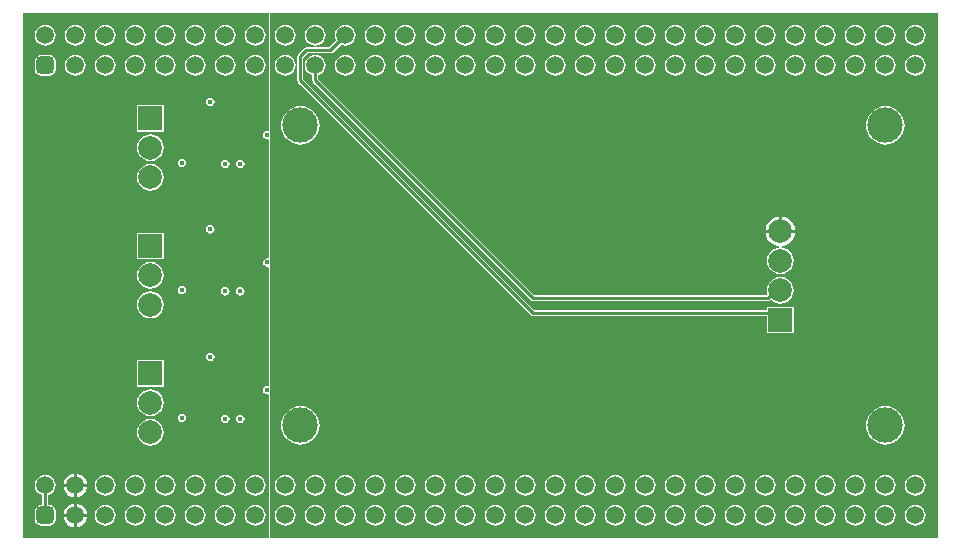
<source format=gbl>
G04*
G04 #@! TF.GenerationSoftware,Altium Limited,Altium Designer,26.1.1 (7)*
G04*
G04 Layer_Physical_Order=4*
G04 Layer_Color=16711680*
%FSLAX44Y44*%
%MOMM*%
G71*
G04*
G04 #@! TF.SameCoordinates,9E97019B-2CEB-4017-89FE-32B60DA2A515*
G04*
G04*
G04 #@! TF.FilePolarity,Positive*
G04*
G01*
G75*
%ADD26C,0.2540*%
%ADD27C,1.5000*%
G04:AMPARAMS|DCode=28|XSize=1.5mm|YSize=1.5mm|CornerRadius=0.375mm|HoleSize=0mm|Usage=FLASHONLY|Rotation=0.000|XOffset=0mm|YOffset=0mm|HoleType=Round|Shape=RoundedRectangle|*
%AMROUNDEDRECTD28*
21,1,1.5000,0.7500,0,0,0.0*
21,1,0.7500,1.5000,0,0,0.0*
1,1,0.7500,0.3750,-0.3750*
1,1,0.7500,-0.3750,-0.3750*
1,1,0.7500,-0.3750,0.3750*
1,1,0.7500,0.3750,0.3750*
%
%ADD28ROUNDEDRECTD28*%
%ADD29C,2.0000*%
%ADD30R,2.0000X2.0000*%
%ADD31C,3.0000*%
%ADD32C,0.4500*%
G36*
X-547453Y-80032D02*
X-548419Y-80825D01*
X-548640Y-80781D01*
X-550006Y-81053D01*
X-551163Y-81827D01*
X-551937Y-82984D01*
X-552209Y-84350D01*
X-551937Y-85716D01*
X-551163Y-86873D01*
X-550006Y-87647D01*
X-548640Y-87919D01*
X-548419Y-87875D01*
X-547453Y-88668D01*
Y-187982D01*
X-548419Y-188775D01*
X-548640Y-188731D01*
X-550006Y-189003D01*
X-551163Y-189777D01*
X-551937Y-190934D01*
X-552209Y-192300D01*
X-551937Y-193666D01*
X-551163Y-194823D01*
X-550006Y-195597D01*
X-548640Y-195869D01*
X-548419Y-195825D01*
X-547453Y-196618D01*
X-547453Y-295932D01*
X-548419Y-296725D01*
X-548640Y-296681D01*
X-550006Y-296953D01*
X-551163Y-297727D01*
X-551937Y-298884D01*
X-552209Y-300250D01*
X-551937Y-301616D01*
X-551163Y-302773D01*
X-550006Y-303547D01*
X-548640Y-303819D01*
X-548419Y-303775D01*
X-547453Y-304568D01*
Y-425450D01*
X-755650D01*
Y19050D01*
X-547453D01*
Y-80032D01*
D02*
G37*
G36*
X19050Y-425450D02*
X-546100D01*
X-546100Y19050D01*
X19050D01*
Y-425450D01*
D02*
G37*
%LPC*%
G36*
X-558800Y8826D02*
X-561084Y8525D01*
X-563213Y7643D01*
X-565041Y6241D01*
X-566443Y4413D01*
X-567325Y2284D01*
X-567626Y0D01*
X-567325Y-2284D01*
X-566443Y-4413D01*
X-565041Y-6241D01*
X-563213Y-7643D01*
X-561084Y-8525D01*
X-558800Y-8826D01*
X-556516Y-8525D01*
X-554387Y-7643D01*
X-552559Y-6241D01*
X-551157Y-4413D01*
X-550275Y-2284D01*
X-549975Y0D01*
X-550275Y2284D01*
X-551157Y4413D01*
X-552559Y6241D01*
X-554387Y7643D01*
X-556516Y8525D01*
X-558800Y8826D01*
D02*
G37*
G36*
X-584200D02*
X-586484Y8525D01*
X-588613Y7643D01*
X-590441Y6241D01*
X-591843Y4413D01*
X-592725Y2284D01*
X-593026Y0D01*
X-592725Y-2284D01*
X-591843Y-4413D01*
X-590441Y-6241D01*
X-588613Y-7643D01*
X-586484Y-8525D01*
X-584200Y-8826D01*
X-581916Y-8525D01*
X-579787Y-7643D01*
X-577959Y-6241D01*
X-576557Y-4413D01*
X-575675Y-2284D01*
X-575374Y0D01*
X-575675Y2284D01*
X-576557Y4413D01*
X-577959Y6241D01*
X-579787Y7643D01*
X-581916Y8525D01*
X-584200Y8826D01*
D02*
G37*
G36*
X-609600D02*
X-611884Y8525D01*
X-614013Y7643D01*
X-615841Y6241D01*
X-617243Y4413D01*
X-618125Y2284D01*
X-618425Y0D01*
X-618125Y-2284D01*
X-617243Y-4413D01*
X-615841Y-6241D01*
X-614013Y-7643D01*
X-611884Y-8525D01*
X-609600Y-8826D01*
X-607316Y-8525D01*
X-605187Y-7643D01*
X-603359Y-6241D01*
X-601957Y-4413D01*
X-601075Y-2284D01*
X-600774Y0D01*
X-601075Y2284D01*
X-601957Y4413D01*
X-603359Y6241D01*
X-605187Y7643D01*
X-607316Y8525D01*
X-609600Y8826D01*
D02*
G37*
G36*
X-635000D02*
X-637284Y8525D01*
X-639413Y7643D01*
X-641241Y6241D01*
X-642643Y4413D01*
X-643525Y2284D01*
X-643826Y0D01*
X-643525Y-2284D01*
X-642643Y-4413D01*
X-641241Y-6241D01*
X-639413Y-7643D01*
X-637284Y-8525D01*
X-635000Y-8826D01*
X-632716Y-8525D01*
X-630587Y-7643D01*
X-628759Y-6241D01*
X-627357Y-4413D01*
X-626475Y-2284D01*
X-626175Y0D01*
X-626475Y2284D01*
X-627357Y4413D01*
X-628759Y6241D01*
X-630587Y7643D01*
X-632716Y8525D01*
X-635000Y8826D01*
D02*
G37*
G36*
X-660400D02*
X-662684Y8525D01*
X-664813Y7643D01*
X-666641Y6241D01*
X-668043Y4413D01*
X-668925Y2284D01*
X-669225Y0D01*
X-668925Y-2284D01*
X-668043Y-4413D01*
X-666641Y-6241D01*
X-664813Y-7643D01*
X-662684Y-8525D01*
X-660400Y-8826D01*
X-658116Y-8525D01*
X-655987Y-7643D01*
X-654159Y-6241D01*
X-652757Y-4413D01*
X-651875Y-2284D01*
X-651574Y0D01*
X-651875Y2284D01*
X-652757Y4413D01*
X-654159Y6241D01*
X-655987Y7643D01*
X-658116Y8525D01*
X-660400Y8826D01*
D02*
G37*
G36*
X-685800D02*
X-688084Y8525D01*
X-690213Y7643D01*
X-692041Y6241D01*
X-693443Y4413D01*
X-694325Y2284D01*
X-694625Y0D01*
X-694325Y-2284D01*
X-693443Y-4413D01*
X-692041Y-6241D01*
X-690213Y-7643D01*
X-688084Y-8525D01*
X-685800Y-8826D01*
X-683516Y-8525D01*
X-681387Y-7643D01*
X-679559Y-6241D01*
X-678157Y-4413D01*
X-677275Y-2284D01*
X-676974Y0D01*
X-677275Y2284D01*
X-678157Y4413D01*
X-679559Y6241D01*
X-681387Y7643D01*
X-683516Y8525D01*
X-685800Y8826D01*
D02*
G37*
G36*
X-711200D02*
X-713484Y8525D01*
X-715613Y7643D01*
X-717441Y6241D01*
X-718843Y4413D01*
X-719725Y2284D01*
X-720025Y0D01*
X-719725Y-2284D01*
X-718843Y-4413D01*
X-717441Y-6241D01*
X-715613Y-7643D01*
X-713484Y-8525D01*
X-711200Y-8826D01*
X-708916Y-8525D01*
X-706787Y-7643D01*
X-704959Y-6241D01*
X-703557Y-4413D01*
X-702675Y-2284D01*
X-702374Y0D01*
X-702675Y2284D01*
X-703557Y4413D01*
X-704959Y6241D01*
X-706787Y7643D01*
X-708916Y8525D01*
X-711200Y8826D01*
D02*
G37*
G36*
X-736600D02*
X-738884Y8525D01*
X-741013Y7643D01*
X-742841Y6241D01*
X-744243Y4413D01*
X-745125Y2284D01*
X-745425Y0D01*
X-745125Y-2284D01*
X-744243Y-4413D01*
X-742841Y-6241D01*
X-741013Y-7643D01*
X-738884Y-8525D01*
X-736600Y-8826D01*
X-734316Y-8525D01*
X-732187Y-7643D01*
X-730359Y-6241D01*
X-728957Y-4413D01*
X-728075Y-2284D01*
X-727775Y0D01*
X-728075Y2284D01*
X-728957Y4413D01*
X-730359Y6241D01*
X-732187Y7643D01*
X-734316Y8525D01*
X-736600Y8826D01*
D02*
G37*
G36*
X-558800Y-16574D02*
X-561084Y-16875D01*
X-563213Y-17757D01*
X-565041Y-19159D01*
X-566443Y-20987D01*
X-567325Y-23116D01*
X-567626Y-25400D01*
X-567325Y-27684D01*
X-566443Y-29813D01*
X-565041Y-31641D01*
X-563213Y-33043D01*
X-561084Y-33925D01*
X-558800Y-34225D01*
X-556516Y-33925D01*
X-554387Y-33043D01*
X-552559Y-31641D01*
X-551157Y-29813D01*
X-550275Y-27684D01*
X-549975Y-25400D01*
X-550275Y-23116D01*
X-551157Y-20987D01*
X-552559Y-19159D01*
X-554387Y-17757D01*
X-556516Y-16875D01*
X-558800Y-16574D01*
D02*
G37*
G36*
X-584200D02*
X-586484Y-16875D01*
X-588613Y-17757D01*
X-590441Y-19159D01*
X-591843Y-20987D01*
X-592725Y-23116D01*
X-593026Y-25400D01*
X-592725Y-27684D01*
X-591843Y-29813D01*
X-590441Y-31641D01*
X-588613Y-33043D01*
X-586484Y-33925D01*
X-584200Y-34225D01*
X-581916Y-33925D01*
X-579787Y-33043D01*
X-577959Y-31641D01*
X-576557Y-29813D01*
X-575675Y-27684D01*
X-575374Y-25400D01*
X-575675Y-23116D01*
X-576557Y-20987D01*
X-577959Y-19159D01*
X-579787Y-17757D01*
X-581916Y-16875D01*
X-584200Y-16574D01*
D02*
G37*
G36*
X-609600D02*
X-611884Y-16875D01*
X-614013Y-17757D01*
X-615841Y-19159D01*
X-617243Y-20987D01*
X-618125Y-23116D01*
X-618425Y-25400D01*
X-618125Y-27684D01*
X-617243Y-29813D01*
X-615841Y-31641D01*
X-614013Y-33043D01*
X-611884Y-33925D01*
X-609600Y-34225D01*
X-607316Y-33925D01*
X-605187Y-33043D01*
X-603359Y-31641D01*
X-601957Y-29813D01*
X-601075Y-27684D01*
X-600774Y-25400D01*
X-601075Y-23116D01*
X-601957Y-20987D01*
X-603359Y-19159D01*
X-605187Y-17757D01*
X-607316Y-16875D01*
X-609600Y-16574D01*
D02*
G37*
G36*
X-635000D02*
X-637284Y-16875D01*
X-639413Y-17757D01*
X-641241Y-19159D01*
X-642643Y-20987D01*
X-643525Y-23116D01*
X-643826Y-25400D01*
X-643525Y-27684D01*
X-642643Y-29813D01*
X-641241Y-31641D01*
X-639413Y-33043D01*
X-637284Y-33925D01*
X-635000Y-34225D01*
X-632716Y-33925D01*
X-630587Y-33043D01*
X-628759Y-31641D01*
X-627357Y-29813D01*
X-626475Y-27684D01*
X-626175Y-25400D01*
X-626475Y-23116D01*
X-627357Y-20987D01*
X-628759Y-19159D01*
X-630587Y-17757D01*
X-632716Y-16875D01*
X-635000Y-16574D01*
D02*
G37*
G36*
X-660400D02*
X-662684Y-16875D01*
X-664813Y-17757D01*
X-666641Y-19159D01*
X-668043Y-20987D01*
X-668925Y-23116D01*
X-669225Y-25400D01*
X-668925Y-27684D01*
X-668043Y-29813D01*
X-666641Y-31641D01*
X-664813Y-33043D01*
X-662684Y-33925D01*
X-660400Y-34225D01*
X-658116Y-33925D01*
X-655987Y-33043D01*
X-654159Y-31641D01*
X-652757Y-29813D01*
X-651875Y-27684D01*
X-651574Y-25400D01*
X-651875Y-23116D01*
X-652757Y-20987D01*
X-654159Y-19159D01*
X-655987Y-17757D01*
X-658116Y-16875D01*
X-660400Y-16574D01*
D02*
G37*
G36*
X-685800D02*
X-688084Y-16875D01*
X-690213Y-17757D01*
X-692041Y-19159D01*
X-693443Y-20987D01*
X-694325Y-23116D01*
X-694625Y-25400D01*
X-694325Y-27684D01*
X-693443Y-29813D01*
X-692041Y-31641D01*
X-690213Y-33043D01*
X-688084Y-33925D01*
X-685800Y-34225D01*
X-683516Y-33925D01*
X-681387Y-33043D01*
X-679559Y-31641D01*
X-678157Y-29813D01*
X-677275Y-27684D01*
X-676974Y-25400D01*
X-677275Y-23116D01*
X-678157Y-20987D01*
X-679559Y-19159D01*
X-681387Y-17757D01*
X-683516Y-16875D01*
X-685800Y-16574D01*
D02*
G37*
G36*
X-711200D02*
X-713484Y-16875D01*
X-715613Y-17757D01*
X-717441Y-19159D01*
X-718843Y-20987D01*
X-719725Y-23116D01*
X-720025Y-25400D01*
X-719725Y-27684D01*
X-718843Y-29813D01*
X-717441Y-31641D01*
X-715613Y-33043D01*
X-713484Y-33925D01*
X-711200Y-34225D01*
X-708916Y-33925D01*
X-706787Y-33043D01*
X-704959Y-31641D01*
X-703557Y-29813D01*
X-702675Y-27684D01*
X-702374Y-25400D01*
X-702675Y-23116D01*
X-703557Y-20987D01*
X-704959Y-19159D01*
X-706787Y-17757D01*
X-708916Y-16875D01*
X-711200Y-16574D01*
D02*
G37*
G36*
X-732850Y-16552D02*
X-740350D01*
X-742301Y-16940D01*
X-743955Y-18045D01*
X-745060Y-19699D01*
X-745448Y-21650D01*
Y-29150D01*
X-745060Y-31101D01*
X-743955Y-32755D01*
X-742301Y-33860D01*
X-740350Y-34248D01*
X-732850D01*
X-730899Y-33860D01*
X-729245Y-32755D01*
X-728140Y-31101D01*
X-727752Y-29150D01*
Y-21650D01*
X-728140Y-19699D01*
X-729245Y-18045D01*
X-730899Y-16940D01*
X-732850Y-16552D01*
D02*
G37*
G36*
X-596900Y-52731D02*
X-598266Y-53003D01*
X-599423Y-53777D01*
X-600197Y-54934D01*
X-600469Y-56300D01*
X-600197Y-57666D01*
X-599423Y-58823D01*
X-598266Y-59597D01*
X-596900Y-59869D01*
X-595534Y-59597D01*
X-594377Y-58823D01*
X-593603Y-57666D01*
X-593331Y-56300D01*
X-593603Y-54934D01*
X-594377Y-53777D01*
X-595534Y-53003D01*
X-596900Y-52731D01*
D02*
G37*
G36*
X-636450Y-59000D02*
X-658950D01*
Y-81500D01*
X-636450D01*
Y-59000D01*
D02*
G37*
G36*
X-647700Y-83903D02*
X-650637Y-84290D01*
X-653373Y-85423D01*
X-655724Y-87226D01*
X-657527Y-89577D01*
X-658661Y-92313D01*
X-659047Y-95250D01*
X-658661Y-98187D01*
X-657527Y-100924D01*
X-655724Y-103274D01*
X-653373Y-105077D01*
X-650637Y-106210D01*
X-647700Y-106597D01*
X-644763Y-106210D01*
X-642027Y-105077D01*
X-639676Y-103274D01*
X-637873Y-100924D01*
X-636740Y-98187D01*
X-636353Y-95250D01*
X-636740Y-92313D01*
X-637873Y-89577D01*
X-639676Y-87226D01*
X-642027Y-85423D01*
X-644763Y-84290D01*
X-647700Y-83903D01*
D02*
G37*
G36*
X-621030Y-104261D02*
X-622396Y-104533D01*
X-623553Y-105307D01*
X-624327Y-106464D01*
X-624599Y-107830D01*
X-624327Y-109196D01*
X-623553Y-110353D01*
X-622396Y-111127D01*
X-621030Y-111399D01*
X-619664Y-111127D01*
X-618507Y-110353D01*
X-617733Y-109196D01*
X-617461Y-107830D01*
X-617733Y-106464D01*
X-618507Y-105307D01*
X-619664Y-104533D01*
X-621030Y-104261D01*
D02*
G37*
G36*
X-571500Y-105231D02*
X-572866Y-105503D01*
X-574023Y-106277D01*
X-574797Y-107434D01*
X-575069Y-108800D01*
X-574797Y-110166D01*
X-574023Y-111323D01*
X-572866Y-112097D01*
X-571500Y-112369D01*
X-570134Y-112097D01*
X-568977Y-111323D01*
X-568203Y-110166D01*
X-567931Y-108800D01*
X-568203Y-107434D01*
X-568977Y-106277D01*
X-570134Y-105503D01*
X-571500Y-105231D01*
D02*
G37*
G36*
X-584200D02*
X-585566Y-105503D01*
X-586723Y-106277D01*
X-587497Y-107434D01*
X-587769Y-108800D01*
X-587497Y-110166D01*
X-586723Y-111323D01*
X-585566Y-112097D01*
X-584200Y-112369D01*
X-582834Y-112097D01*
X-581677Y-111323D01*
X-580903Y-110166D01*
X-580631Y-108800D01*
X-580903Y-107434D01*
X-581677Y-106277D01*
X-582834Y-105503D01*
X-584200Y-105231D01*
D02*
G37*
G36*
X-647700Y-108903D02*
X-650637Y-109290D01*
X-653373Y-110423D01*
X-655724Y-112226D01*
X-657527Y-114577D01*
X-658661Y-117313D01*
X-659047Y-120250D01*
X-658661Y-123187D01*
X-657527Y-125924D01*
X-655724Y-128274D01*
X-653373Y-130077D01*
X-650637Y-131210D01*
X-647700Y-131597D01*
X-644763Y-131210D01*
X-642027Y-130077D01*
X-639676Y-128274D01*
X-637873Y-125924D01*
X-636740Y-123187D01*
X-636353Y-120250D01*
X-636740Y-117313D01*
X-637873Y-114577D01*
X-639676Y-112226D01*
X-642027Y-110423D01*
X-644763Y-109290D01*
X-647700Y-108903D01*
D02*
G37*
G36*
X-596900Y-160681D02*
X-598266Y-160953D01*
X-599423Y-161727D01*
X-600197Y-162884D01*
X-600469Y-164250D01*
X-600197Y-165616D01*
X-599423Y-166773D01*
X-598266Y-167547D01*
X-596900Y-167819D01*
X-595534Y-167547D01*
X-594377Y-166773D01*
X-593603Y-165616D01*
X-593331Y-164250D01*
X-593603Y-162884D01*
X-594377Y-161727D01*
X-595534Y-160953D01*
X-596900Y-160681D01*
D02*
G37*
G36*
X-636450Y-166950D02*
X-658950D01*
Y-189450D01*
X-636450D01*
Y-166950D01*
D02*
G37*
G36*
X-647700Y-191853D02*
X-650637Y-192239D01*
X-653373Y-193373D01*
X-655724Y-195176D01*
X-657527Y-197526D01*
X-658661Y-200263D01*
X-659047Y-203200D01*
X-658661Y-206137D01*
X-657527Y-208874D01*
X-655724Y-211224D01*
X-653373Y-213027D01*
X-650637Y-214160D01*
X-647700Y-214547D01*
X-644763Y-214160D01*
X-642027Y-213027D01*
X-639676Y-211224D01*
X-637873Y-208874D01*
X-636740Y-206137D01*
X-636353Y-203200D01*
X-636740Y-200263D01*
X-637873Y-197526D01*
X-639676Y-195176D01*
X-642027Y-193373D01*
X-644763Y-192239D01*
X-647700Y-191853D01*
D02*
G37*
G36*
X-621030Y-212211D02*
X-622396Y-212483D01*
X-623553Y-213257D01*
X-624327Y-214414D01*
X-624599Y-215780D01*
X-624327Y-217146D01*
X-623553Y-218303D01*
X-622396Y-219077D01*
X-621030Y-219349D01*
X-619664Y-219077D01*
X-618507Y-218303D01*
X-617733Y-217146D01*
X-617461Y-215780D01*
X-617733Y-214414D01*
X-618507Y-213257D01*
X-619664Y-212483D01*
X-621030Y-212211D01*
D02*
G37*
G36*
X-571500Y-213181D02*
X-572866Y-213453D01*
X-574023Y-214227D01*
X-574797Y-215384D01*
X-575069Y-216750D01*
X-574797Y-218116D01*
X-574023Y-219273D01*
X-572866Y-220047D01*
X-571500Y-220319D01*
X-570134Y-220047D01*
X-568977Y-219273D01*
X-568203Y-218116D01*
X-567931Y-216750D01*
X-568203Y-215384D01*
X-568977Y-214227D01*
X-570134Y-213453D01*
X-571500Y-213181D01*
D02*
G37*
G36*
X-584200D02*
X-585566Y-213453D01*
X-586723Y-214227D01*
X-587497Y-215384D01*
X-587769Y-216750D01*
X-587497Y-218116D01*
X-586723Y-219273D01*
X-585566Y-220047D01*
X-584200Y-220319D01*
X-582834Y-220047D01*
X-581677Y-219273D01*
X-580903Y-218116D01*
X-580631Y-216750D01*
X-580903Y-215384D01*
X-581677Y-214227D01*
X-582834Y-213453D01*
X-584200Y-213181D01*
D02*
G37*
G36*
X-647700Y-216853D02*
X-650637Y-217239D01*
X-653373Y-218373D01*
X-655724Y-220176D01*
X-657527Y-222526D01*
X-658661Y-225263D01*
X-659047Y-228200D01*
X-658661Y-231137D01*
X-657527Y-233874D01*
X-655724Y-236224D01*
X-653373Y-238027D01*
X-650637Y-239160D01*
X-647700Y-239547D01*
X-644763Y-239160D01*
X-642027Y-238027D01*
X-639676Y-236224D01*
X-637873Y-233874D01*
X-636740Y-231137D01*
X-636353Y-228200D01*
X-636740Y-225263D01*
X-637873Y-222526D01*
X-639676Y-220176D01*
X-642027Y-218373D01*
X-644763Y-217239D01*
X-647700Y-216853D01*
D02*
G37*
G36*
X-596900Y-268631D02*
X-598266Y-268903D01*
X-599423Y-269677D01*
X-600197Y-270834D01*
X-600469Y-272200D01*
X-600197Y-273566D01*
X-599423Y-274723D01*
X-598266Y-275497D01*
X-596900Y-275769D01*
X-595534Y-275497D01*
X-594377Y-274723D01*
X-593603Y-273566D01*
X-593331Y-272200D01*
X-593603Y-270834D01*
X-594377Y-269677D01*
X-595534Y-268903D01*
X-596900Y-268631D01*
D02*
G37*
G36*
X-636450Y-274900D02*
X-658950D01*
Y-297400D01*
X-636450D01*
Y-274900D01*
D02*
G37*
G36*
X-647700Y-299803D02*
X-650637Y-300189D01*
X-653373Y-301323D01*
X-655724Y-303126D01*
X-657527Y-305476D01*
X-658661Y-308213D01*
X-659047Y-311150D01*
X-658661Y-314087D01*
X-657527Y-316824D01*
X-655724Y-319174D01*
X-653373Y-320977D01*
X-650637Y-322110D01*
X-647700Y-322497D01*
X-644763Y-322110D01*
X-642027Y-320977D01*
X-639676Y-319174D01*
X-637873Y-316824D01*
X-636740Y-314087D01*
X-636353Y-311150D01*
X-636740Y-308213D01*
X-637873Y-305476D01*
X-639676Y-303126D01*
X-642027Y-301323D01*
X-644763Y-300189D01*
X-647700Y-299803D01*
D02*
G37*
G36*
X-621030Y-320161D02*
X-622396Y-320433D01*
X-623553Y-321207D01*
X-624327Y-322364D01*
X-624599Y-323730D01*
X-624327Y-325096D01*
X-623553Y-326253D01*
X-622396Y-327027D01*
X-621030Y-327299D01*
X-619664Y-327027D01*
X-618507Y-326253D01*
X-617733Y-325096D01*
X-617461Y-323730D01*
X-617733Y-322364D01*
X-618507Y-321207D01*
X-619664Y-320433D01*
X-621030Y-320161D01*
D02*
G37*
G36*
X-571500Y-321131D02*
X-572866Y-321403D01*
X-574023Y-322177D01*
X-574797Y-323334D01*
X-575069Y-324700D01*
X-574797Y-326066D01*
X-574023Y-327223D01*
X-572866Y-327997D01*
X-571500Y-328269D01*
X-570134Y-327997D01*
X-568977Y-327223D01*
X-568203Y-326066D01*
X-567931Y-324700D01*
X-568203Y-323334D01*
X-568977Y-322177D01*
X-570134Y-321403D01*
X-571500Y-321131D01*
D02*
G37*
G36*
X-584200D02*
X-585566Y-321403D01*
X-586723Y-322177D01*
X-587497Y-323334D01*
X-587769Y-324700D01*
X-587497Y-326066D01*
X-586723Y-327223D01*
X-585566Y-327997D01*
X-584200Y-328269D01*
X-582834Y-327997D01*
X-581677Y-327223D01*
X-580903Y-326066D01*
X-580631Y-324700D01*
X-580903Y-323334D01*
X-581677Y-322177D01*
X-582834Y-321403D01*
X-584200Y-321131D01*
D02*
G37*
G36*
X-647700Y-324803D02*
X-650637Y-325190D01*
X-653373Y-326323D01*
X-655724Y-328126D01*
X-657527Y-330476D01*
X-658661Y-333213D01*
X-659047Y-336150D01*
X-658661Y-339087D01*
X-657527Y-341824D01*
X-655724Y-344174D01*
X-653373Y-345977D01*
X-650637Y-347110D01*
X-647700Y-347497D01*
X-644763Y-347110D01*
X-642027Y-345977D01*
X-639676Y-344174D01*
X-637873Y-341824D01*
X-636740Y-339087D01*
X-636353Y-336150D01*
X-636740Y-333213D01*
X-637873Y-330476D01*
X-639676Y-328126D01*
X-642027Y-326323D01*
X-644763Y-325190D01*
X-647700Y-324803D01*
D02*
G37*
G36*
X-709930Y-371041D02*
Y-379730D01*
X-701241D01*
X-701418Y-378379D01*
X-702430Y-375937D01*
X-704039Y-373839D01*
X-706137Y-372230D01*
X-708579Y-371218D01*
X-709930Y-371041D01*
D02*
G37*
G36*
X-712470D02*
X-713821Y-371218D01*
X-716263Y-372230D01*
X-718361Y-373839D01*
X-719970Y-375937D01*
X-720982Y-378379D01*
X-721159Y-379730D01*
X-712470D01*
Y-371041D01*
D02*
G37*
G36*
X-558800Y-372174D02*
X-561084Y-372475D01*
X-563213Y-373357D01*
X-565041Y-374759D01*
X-566443Y-376587D01*
X-567325Y-378716D01*
X-567626Y-381000D01*
X-567325Y-383284D01*
X-566443Y-385413D01*
X-565041Y-387241D01*
X-563213Y-388643D01*
X-561084Y-389525D01*
X-558800Y-389826D01*
X-556516Y-389525D01*
X-554387Y-388643D01*
X-552559Y-387241D01*
X-551157Y-385413D01*
X-550275Y-383284D01*
X-549975Y-381000D01*
X-550275Y-378716D01*
X-551157Y-376587D01*
X-552559Y-374759D01*
X-554387Y-373357D01*
X-556516Y-372475D01*
X-558800Y-372174D01*
D02*
G37*
G36*
X-584200D02*
X-586484Y-372475D01*
X-588613Y-373357D01*
X-590441Y-374759D01*
X-591843Y-376587D01*
X-592725Y-378716D01*
X-593026Y-381000D01*
X-592725Y-383284D01*
X-591843Y-385413D01*
X-590441Y-387241D01*
X-588613Y-388643D01*
X-586484Y-389525D01*
X-584200Y-389826D01*
X-581916Y-389525D01*
X-579787Y-388643D01*
X-577959Y-387241D01*
X-576557Y-385413D01*
X-575675Y-383284D01*
X-575374Y-381000D01*
X-575675Y-378716D01*
X-576557Y-376587D01*
X-577959Y-374759D01*
X-579787Y-373357D01*
X-581916Y-372475D01*
X-584200Y-372174D01*
D02*
G37*
G36*
X-609600D02*
X-611884Y-372475D01*
X-614013Y-373357D01*
X-615841Y-374759D01*
X-617243Y-376587D01*
X-618125Y-378716D01*
X-618425Y-381000D01*
X-618125Y-383284D01*
X-617243Y-385413D01*
X-615841Y-387241D01*
X-614013Y-388643D01*
X-611884Y-389525D01*
X-609600Y-389826D01*
X-607316Y-389525D01*
X-605187Y-388643D01*
X-603359Y-387241D01*
X-601957Y-385413D01*
X-601075Y-383284D01*
X-600774Y-381000D01*
X-601075Y-378716D01*
X-601957Y-376587D01*
X-603359Y-374759D01*
X-605187Y-373357D01*
X-607316Y-372475D01*
X-609600Y-372174D01*
D02*
G37*
G36*
X-635000D02*
X-637284Y-372475D01*
X-639413Y-373357D01*
X-641241Y-374759D01*
X-642643Y-376587D01*
X-643525Y-378716D01*
X-643826Y-381000D01*
X-643525Y-383284D01*
X-642643Y-385413D01*
X-641241Y-387241D01*
X-639413Y-388643D01*
X-637284Y-389525D01*
X-635000Y-389826D01*
X-632716Y-389525D01*
X-630587Y-388643D01*
X-628759Y-387241D01*
X-627357Y-385413D01*
X-626475Y-383284D01*
X-626175Y-381000D01*
X-626475Y-378716D01*
X-627357Y-376587D01*
X-628759Y-374759D01*
X-630587Y-373357D01*
X-632716Y-372475D01*
X-635000Y-372174D01*
D02*
G37*
G36*
X-660400D02*
X-662684Y-372475D01*
X-664813Y-373357D01*
X-666641Y-374759D01*
X-668043Y-376587D01*
X-668925Y-378716D01*
X-669225Y-381000D01*
X-668925Y-383284D01*
X-668043Y-385413D01*
X-666641Y-387241D01*
X-664813Y-388643D01*
X-662684Y-389525D01*
X-660400Y-389826D01*
X-658116Y-389525D01*
X-655987Y-388643D01*
X-654159Y-387241D01*
X-652757Y-385413D01*
X-651875Y-383284D01*
X-651574Y-381000D01*
X-651875Y-378716D01*
X-652757Y-376587D01*
X-654159Y-374759D01*
X-655987Y-373357D01*
X-658116Y-372475D01*
X-660400Y-372174D01*
D02*
G37*
G36*
X-685800D02*
X-688084Y-372475D01*
X-690213Y-373357D01*
X-692041Y-374759D01*
X-693443Y-376587D01*
X-694325Y-378716D01*
X-694625Y-381000D01*
X-694325Y-383284D01*
X-693443Y-385413D01*
X-692041Y-387241D01*
X-690213Y-388643D01*
X-688084Y-389525D01*
X-685800Y-389826D01*
X-683516Y-389525D01*
X-681387Y-388643D01*
X-679559Y-387241D01*
X-678157Y-385413D01*
X-677275Y-383284D01*
X-676974Y-381000D01*
X-677275Y-378716D01*
X-678157Y-376587D01*
X-679559Y-374759D01*
X-681387Y-373357D01*
X-683516Y-372475D01*
X-685800Y-372174D01*
D02*
G37*
G36*
X-701241Y-382270D02*
X-709930D01*
Y-390959D01*
X-708579Y-390782D01*
X-706137Y-389770D01*
X-704039Y-388161D01*
X-702430Y-386063D01*
X-701418Y-383621D01*
X-701241Y-382270D01*
D02*
G37*
G36*
X-712470D02*
X-721159D01*
X-720982Y-383621D01*
X-719970Y-386063D01*
X-718361Y-388161D01*
X-716263Y-389770D01*
X-713821Y-390782D01*
X-712470Y-390959D01*
Y-382270D01*
D02*
G37*
G36*
X-709930Y-396441D02*
Y-405130D01*
X-701241D01*
X-701418Y-403779D01*
X-702430Y-401337D01*
X-704039Y-399239D01*
X-706137Y-397630D01*
X-708579Y-396618D01*
X-709930Y-396441D01*
D02*
G37*
G36*
X-712470D02*
X-713821Y-396618D01*
X-716263Y-397630D01*
X-718361Y-399239D01*
X-719970Y-401337D01*
X-720982Y-403779D01*
X-721159Y-405130D01*
X-712470D01*
Y-396441D01*
D02*
G37*
G36*
X-558800Y-397575D02*
X-561084Y-397875D01*
X-563213Y-398757D01*
X-565041Y-400159D01*
X-566443Y-401987D01*
X-567325Y-404116D01*
X-567626Y-406400D01*
X-567325Y-408684D01*
X-566443Y-410813D01*
X-565041Y-412641D01*
X-563213Y-414043D01*
X-561084Y-414925D01*
X-558800Y-415225D01*
X-556516Y-414925D01*
X-554387Y-414043D01*
X-552559Y-412641D01*
X-551157Y-410813D01*
X-550275Y-408684D01*
X-549975Y-406400D01*
X-550275Y-404116D01*
X-551157Y-401987D01*
X-552559Y-400159D01*
X-554387Y-398757D01*
X-556516Y-397875D01*
X-558800Y-397575D01*
D02*
G37*
G36*
X-584200D02*
X-586484Y-397875D01*
X-588613Y-398757D01*
X-590441Y-400159D01*
X-591843Y-401987D01*
X-592725Y-404116D01*
X-593026Y-406400D01*
X-592725Y-408684D01*
X-591843Y-410813D01*
X-590441Y-412641D01*
X-588613Y-414043D01*
X-586484Y-414925D01*
X-584200Y-415225D01*
X-581916Y-414925D01*
X-579787Y-414043D01*
X-577959Y-412641D01*
X-576557Y-410813D01*
X-575675Y-408684D01*
X-575374Y-406400D01*
X-575675Y-404116D01*
X-576557Y-401987D01*
X-577959Y-400159D01*
X-579787Y-398757D01*
X-581916Y-397875D01*
X-584200Y-397575D01*
D02*
G37*
G36*
X-609600D02*
X-611884Y-397875D01*
X-614013Y-398757D01*
X-615841Y-400159D01*
X-617243Y-401987D01*
X-618125Y-404116D01*
X-618425Y-406400D01*
X-618125Y-408684D01*
X-617243Y-410813D01*
X-615841Y-412641D01*
X-614013Y-414043D01*
X-611884Y-414925D01*
X-609600Y-415225D01*
X-607316Y-414925D01*
X-605187Y-414043D01*
X-603359Y-412641D01*
X-601957Y-410813D01*
X-601075Y-408684D01*
X-600774Y-406400D01*
X-601075Y-404116D01*
X-601957Y-401987D01*
X-603359Y-400159D01*
X-605187Y-398757D01*
X-607316Y-397875D01*
X-609600Y-397575D01*
D02*
G37*
G36*
X-635000D02*
X-637284Y-397875D01*
X-639413Y-398757D01*
X-641241Y-400159D01*
X-642643Y-401987D01*
X-643525Y-404116D01*
X-643826Y-406400D01*
X-643525Y-408684D01*
X-642643Y-410813D01*
X-641241Y-412641D01*
X-639413Y-414043D01*
X-637284Y-414925D01*
X-635000Y-415225D01*
X-632716Y-414925D01*
X-630587Y-414043D01*
X-628759Y-412641D01*
X-627357Y-410813D01*
X-626475Y-408684D01*
X-626175Y-406400D01*
X-626475Y-404116D01*
X-627357Y-401987D01*
X-628759Y-400159D01*
X-630587Y-398757D01*
X-632716Y-397875D01*
X-635000Y-397575D01*
D02*
G37*
G36*
X-660400D02*
X-662684Y-397875D01*
X-664813Y-398757D01*
X-666641Y-400159D01*
X-668043Y-401987D01*
X-668925Y-404116D01*
X-669225Y-406400D01*
X-668925Y-408684D01*
X-668043Y-410813D01*
X-666641Y-412641D01*
X-664813Y-414043D01*
X-662684Y-414925D01*
X-660400Y-415225D01*
X-658116Y-414925D01*
X-655987Y-414043D01*
X-654159Y-412641D01*
X-652757Y-410813D01*
X-651875Y-408684D01*
X-651574Y-406400D01*
X-651875Y-404116D01*
X-652757Y-401987D01*
X-654159Y-400159D01*
X-655987Y-398757D01*
X-658116Y-397875D01*
X-660400Y-397575D01*
D02*
G37*
G36*
X-685800D02*
X-688084Y-397875D01*
X-690213Y-398757D01*
X-692041Y-400159D01*
X-693443Y-401987D01*
X-694325Y-404116D01*
X-694625Y-406400D01*
X-694325Y-408684D01*
X-693443Y-410813D01*
X-692041Y-412641D01*
X-690213Y-414043D01*
X-688084Y-414925D01*
X-685800Y-415225D01*
X-683516Y-414925D01*
X-681387Y-414043D01*
X-679559Y-412641D01*
X-678157Y-410813D01*
X-677275Y-408684D01*
X-676974Y-406400D01*
X-677275Y-404116D01*
X-678157Y-401987D01*
X-679559Y-400159D01*
X-681387Y-398757D01*
X-683516Y-397875D01*
X-685800Y-397575D01*
D02*
G37*
G36*
X-736600Y-372174D02*
X-738884Y-372475D01*
X-741013Y-373357D01*
X-742841Y-374759D01*
X-744243Y-376587D01*
X-745125Y-378716D01*
X-745425Y-381000D01*
X-745125Y-383284D01*
X-744243Y-385413D01*
X-742841Y-387241D01*
X-741013Y-388643D01*
X-739169Y-389407D01*
Y-397552D01*
X-740350D01*
X-742301Y-397940D01*
X-743955Y-399045D01*
X-745060Y-400699D01*
X-745448Y-402650D01*
Y-410150D01*
X-745060Y-412101D01*
X-743955Y-413755D01*
X-742301Y-414860D01*
X-740350Y-415248D01*
X-732850D01*
X-730899Y-414860D01*
X-729245Y-413755D01*
X-728140Y-412101D01*
X-727752Y-410150D01*
Y-402650D01*
X-728140Y-400699D01*
X-729245Y-399045D01*
X-730899Y-397940D01*
X-732850Y-397552D01*
X-734031D01*
Y-389407D01*
X-732187Y-388643D01*
X-730359Y-387241D01*
X-728957Y-385413D01*
X-728075Y-383284D01*
X-727775Y-381000D01*
X-728075Y-378716D01*
X-728957Y-376587D01*
X-730359Y-374759D01*
X-732187Y-373357D01*
X-734316Y-372475D01*
X-736600Y-372174D01*
D02*
G37*
G36*
X-701241Y-407670D02*
X-709930D01*
Y-416359D01*
X-708579Y-416182D01*
X-706137Y-415170D01*
X-704039Y-413561D01*
X-702430Y-411463D01*
X-701418Y-409021D01*
X-701241Y-407670D01*
D02*
G37*
G36*
X-712470D02*
X-721159D01*
X-720982Y-409021D01*
X-719970Y-411463D01*
X-718361Y-413561D01*
X-716263Y-415170D01*
X-713821Y-416182D01*
X-712470Y-416359D01*
Y-407670D01*
D02*
G37*
G36*
X0Y8826D02*
X-2284Y8525D01*
X-4413Y7643D01*
X-6241Y6241D01*
X-7643Y4413D01*
X-8525Y2284D01*
X-8826Y0D01*
X-8525Y-2284D01*
X-7643Y-4413D01*
X-6241Y-6241D01*
X-4413Y-7643D01*
X-2284Y-8525D01*
X0Y-8826D01*
X2284Y-8525D01*
X4413Y-7643D01*
X6241Y-6241D01*
X7643Y-4413D01*
X8525Y-2284D01*
X8826Y0D01*
X8525Y2284D01*
X7643Y4413D01*
X6241Y6241D01*
X4413Y7643D01*
X2284Y8525D01*
X0Y8826D01*
D02*
G37*
G36*
X-25400D02*
X-27684Y8525D01*
X-29813Y7643D01*
X-31641Y6241D01*
X-33043Y4413D01*
X-33925Y2284D01*
X-34225Y0D01*
X-33925Y-2284D01*
X-33043Y-4413D01*
X-31641Y-6241D01*
X-29813Y-7643D01*
X-27684Y-8525D01*
X-25400Y-8826D01*
X-23116Y-8525D01*
X-20987Y-7643D01*
X-19159Y-6241D01*
X-17757Y-4413D01*
X-16875Y-2284D01*
X-16574Y0D01*
X-16875Y2284D01*
X-17757Y4413D01*
X-19159Y6241D01*
X-20987Y7643D01*
X-23116Y8525D01*
X-25400Y8826D01*
D02*
G37*
G36*
X-50800D02*
X-53084Y8525D01*
X-55213Y7643D01*
X-57041Y6241D01*
X-58443Y4413D01*
X-59325Y2284D01*
X-59626Y0D01*
X-59325Y-2284D01*
X-58443Y-4413D01*
X-57041Y-6241D01*
X-55213Y-7643D01*
X-53084Y-8525D01*
X-50800Y-8826D01*
X-48516Y-8525D01*
X-46387Y-7643D01*
X-44559Y-6241D01*
X-43157Y-4413D01*
X-42275Y-2284D01*
X-41975Y0D01*
X-42275Y2284D01*
X-43157Y4413D01*
X-44559Y6241D01*
X-46387Y7643D01*
X-48516Y8525D01*
X-50800Y8826D01*
D02*
G37*
G36*
X-76200D02*
X-78484Y8525D01*
X-80613Y7643D01*
X-82441Y6241D01*
X-83843Y4413D01*
X-84725Y2284D01*
X-85026Y0D01*
X-84725Y-2284D01*
X-83843Y-4413D01*
X-82441Y-6241D01*
X-80613Y-7643D01*
X-78484Y-8525D01*
X-76200Y-8826D01*
X-73916Y-8525D01*
X-71787Y-7643D01*
X-69959Y-6241D01*
X-68557Y-4413D01*
X-67675Y-2284D01*
X-67375Y0D01*
X-67675Y2284D01*
X-68557Y4413D01*
X-69959Y6241D01*
X-71787Y7643D01*
X-73916Y8525D01*
X-76200Y8826D01*
D02*
G37*
G36*
X-101600D02*
X-103884Y8525D01*
X-106013Y7643D01*
X-107841Y6241D01*
X-109243Y4413D01*
X-110125Y2284D01*
X-110426Y0D01*
X-110125Y-2284D01*
X-109243Y-4413D01*
X-107841Y-6241D01*
X-106013Y-7643D01*
X-103884Y-8525D01*
X-101600Y-8826D01*
X-99316Y-8525D01*
X-97187Y-7643D01*
X-95359Y-6241D01*
X-93957Y-4413D01*
X-93075Y-2284D01*
X-92774Y0D01*
X-93075Y2284D01*
X-93957Y4413D01*
X-95359Y6241D01*
X-97187Y7643D01*
X-99316Y8525D01*
X-101600Y8826D01*
D02*
G37*
G36*
X-127000D02*
X-129284Y8525D01*
X-131413Y7643D01*
X-133241Y6241D01*
X-134643Y4413D01*
X-135525Y2284D01*
X-135826Y0D01*
X-135525Y-2284D01*
X-134643Y-4413D01*
X-133241Y-6241D01*
X-131413Y-7643D01*
X-129284Y-8525D01*
X-127000Y-8826D01*
X-124716Y-8525D01*
X-122587Y-7643D01*
X-120759Y-6241D01*
X-119357Y-4413D01*
X-118475Y-2284D01*
X-118174Y0D01*
X-118475Y2284D01*
X-119357Y4413D01*
X-120759Y6241D01*
X-122587Y7643D01*
X-124716Y8525D01*
X-127000Y8826D01*
D02*
G37*
G36*
X-152400D02*
X-154684Y8525D01*
X-156813Y7643D01*
X-158641Y6241D01*
X-160043Y4413D01*
X-160925Y2284D01*
X-161225Y0D01*
X-160925Y-2284D01*
X-160043Y-4413D01*
X-158641Y-6241D01*
X-156813Y-7643D01*
X-154684Y-8525D01*
X-152400Y-8826D01*
X-150116Y-8525D01*
X-147987Y-7643D01*
X-146159Y-6241D01*
X-144757Y-4413D01*
X-143875Y-2284D01*
X-143574Y0D01*
X-143875Y2284D01*
X-144757Y4413D01*
X-146159Y6241D01*
X-147987Y7643D01*
X-150116Y8525D01*
X-152400Y8826D01*
D02*
G37*
G36*
X-177800D02*
X-180084Y8525D01*
X-182213Y7643D01*
X-184041Y6241D01*
X-185443Y4413D01*
X-186325Y2284D01*
X-186625Y0D01*
X-186325Y-2284D01*
X-185443Y-4413D01*
X-184041Y-6241D01*
X-182213Y-7643D01*
X-180084Y-8525D01*
X-177800Y-8826D01*
X-175516Y-8525D01*
X-173387Y-7643D01*
X-171559Y-6241D01*
X-170157Y-4413D01*
X-169275Y-2284D01*
X-168974Y0D01*
X-169275Y2284D01*
X-170157Y4413D01*
X-171559Y6241D01*
X-173387Y7643D01*
X-175516Y8525D01*
X-177800Y8826D01*
D02*
G37*
G36*
X-203200D02*
X-205484Y8525D01*
X-207613Y7643D01*
X-209441Y6241D01*
X-210843Y4413D01*
X-211725Y2284D01*
X-212026Y0D01*
X-211725Y-2284D01*
X-210843Y-4413D01*
X-209441Y-6241D01*
X-207613Y-7643D01*
X-205484Y-8525D01*
X-203200Y-8826D01*
X-200916Y-8525D01*
X-198787Y-7643D01*
X-196959Y-6241D01*
X-195557Y-4413D01*
X-194675Y-2284D01*
X-194375Y0D01*
X-194675Y2284D01*
X-195557Y4413D01*
X-196959Y6241D01*
X-198787Y7643D01*
X-200916Y8525D01*
X-203200Y8826D01*
D02*
G37*
G36*
X-228600D02*
X-230884Y8525D01*
X-233013Y7643D01*
X-234841Y6241D01*
X-236243Y4413D01*
X-237125Y2284D01*
X-237425Y0D01*
X-237125Y-2284D01*
X-236243Y-4413D01*
X-234841Y-6241D01*
X-233013Y-7643D01*
X-230884Y-8525D01*
X-228600Y-8826D01*
X-226316Y-8525D01*
X-224187Y-7643D01*
X-222359Y-6241D01*
X-220957Y-4413D01*
X-220075Y-2284D01*
X-219774Y0D01*
X-220075Y2284D01*
X-220957Y4413D01*
X-222359Y6241D01*
X-224187Y7643D01*
X-226316Y8525D01*
X-228600Y8826D01*
D02*
G37*
G36*
X-254000D02*
X-256284Y8525D01*
X-258413Y7643D01*
X-260241Y6241D01*
X-261643Y4413D01*
X-262525Y2284D01*
X-262826Y0D01*
X-262525Y-2284D01*
X-261643Y-4413D01*
X-260241Y-6241D01*
X-258413Y-7643D01*
X-256284Y-8525D01*
X-254000Y-8826D01*
X-251716Y-8525D01*
X-249587Y-7643D01*
X-247759Y-6241D01*
X-246357Y-4413D01*
X-245475Y-2284D01*
X-245175Y0D01*
X-245475Y2284D01*
X-246357Y4413D01*
X-247759Y6241D01*
X-249587Y7643D01*
X-251716Y8525D01*
X-254000Y8826D01*
D02*
G37*
G36*
X-279400D02*
X-281684Y8525D01*
X-283813Y7643D01*
X-285641Y6241D01*
X-287043Y4413D01*
X-287925Y2284D01*
X-288225Y0D01*
X-287925Y-2284D01*
X-287043Y-4413D01*
X-285641Y-6241D01*
X-283813Y-7643D01*
X-281684Y-8525D01*
X-279400Y-8826D01*
X-277116Y-8525D01*
X-274987Y-7643D01*
X-273159Y-6241D01*
X-271757Y-4413D01*
X-270875Y-2284D01*
X-270574Y0D01*
X-270875Y2284D01*
X-271757Y4413D01*
X-273159Y6241D01*
X-274987Y7643D01*
X-277116Y8525D01*
X-279400Y8826D01*
D02*
G37*
G36*
X-304800D02*
X-307084Y8525D01*
X-309213Y7643D01*
X-311041Y6241D01*
X-312443Y4413D01*
X-313325Y2284D01*
X-313626Y0D01*
X-313325Y-2284D01*
X-312443Y-4413D01*
X-311041Y-6241D01*
X-309213Y-7643D01*
X-307084Y-8525D01*
X-304800Y-8826D01*
X-302516Y-8525D01*
X-300387Y-7643D01*
X-298559Y-6241D01*
X-297157Y-4413D01*
X-296275Y-2284D01*
X-295975Y0D01*
X-296275Y2284D01*
X-297157Y4413D01*
X-298559Y6241D01*
X-300387Y7643D01*
X-302516Y8525D01*
X-304800Y8826D01*
D02*
G37*
G36*
X-330200D02*
X-332484Y8525D01*
X-334613Y7643D01*
X-336441Y6241D01*
X-337843Y4413D01*
X-338725Y2284D01*
X-339025Y0D01*
X-338725Y-2284D01*
X-337843Y-4413D01*
X-336441Y-6241D01*
X-334613Y-7643D01*
X-332484Y-8525D01*
X-330200Y-8826D01*
X-327916Y-8525D01*
X-325787Y-7643D01*
X-323959Y-6241D01*
X-322557Y-4413D01*
X-321675Y-2284D01*
X-321375Y0D01*
X-321675Y2284D01*
X-322557Y4413D01*
X-323959Y6241D01*
X-325787Y7643D01*
X-327916Y8525D01*
X-330200Y8826D01*
D02*
G37*
G36*
X-355600D02*
X-357884Y8525D01*
X-360013Y7643D01*
X-361841Y6241D01*
X-363243Y4413D01*
X-364125Y2284D01*
X-364426Y0D01*
X-364125Y-2284D01*
X-363243Y-4413D01*
X-361841Y-6241D01*
X-360013Y-7643D01*
X-357884Y-8525D01*
X-355600Y-8826D01*
X-353316Y-8525D01*
X-351187Y-7643D01*
X-349359Y-6241D01*
X-347957Y-4413D01*
X-347075Y-2284D01*
X-346774Y0D01*
X-347075Y2284D01*
X-347957Y4413D01*
X-349359Y6241D01*
X-351187Y7643D01*
X-353316Y8525D01*
X-355600Y8826D01*
D02*
G37*
G36*
X-381000D02*
X-383284Y8525D01*
X-385413Y7643D01*
X-387241Y6241D01*
X-388643Y4413D01*
X-389525Y2284D01*
X-389826Y0D01*
X-389525Y-2284D01*
X-388643Y-4413D01*
X-387241Y-6241D01*
X-385413Y-7643D01*
X-383284Y-8525D01*
X-381000Y-8826D01*
X-378716Y-8525D01*
X-376587Y-7643D01*
X-374759Y-6241D01*
X-373357Y-4413D01*
X-372475Y-2284D01*
X-372174Y0D01*
X-372475Y2284D01*
X-373357Y4413D01*
X-374759Y6241D01*
X-376587Y7643D01*
X-378716Y8525D01*
X-381000Y8826D01*
D02*
G37*
G36*
X-406400D02*
X-408684Y8525D01*
X-410813Y7643D01*
X-412641Y6241D01*
X-414043Y4413D01*
X-414925Y2284D01*
X-415225Y0D01*
X-414925Y-2284D01*
X-414043Y-4413D01*
X-412641Y-6241D01*
X-410813Y-7643D01*
X-408684Y-8525D01*
X-406400Y-8826D01*
X-404116Y-8525D01*
X-401987Y-7643D01*
X-400159Y-6241D01*
X-398757Y-4413D01*
X-397875Y-2284D01*
X-397575Y0D01*
X-397875Y2284D01*
X-398757Y4413D01*
X-400159Y6241D01*
X-401987Y7643D01*
X-404116Y8525D01*
X-406400Y8826D01*
D02*
G37*
G36*
X-431800D02*
X-434084Y8525D01*
X-436213Y7643D01*
X-438041Y6241D01*
X-439443Y4413D01*
X-440325Y2284D01*
X-440625Y0D01*
X-440325Y-2284D01*
X-439443Y-4413D01*
X-438041Y-6241D01*
X-436213Y-7643D01*
X-434084Y-8525D01*
X-431800Y-8826D01*
X-429516Y-8525D01*
X-427387Y-7643D01*
X-425559Y-6241D01*
X-424157Y-4413D01*
X-423275Y-2284D01*
X-422975Y0D01*
X-423275Y2284D01*
X-424157Y4413D01*
X-425559Y6241D01*
X-427387Y7643D01*
X-429516Y8525D01*
X-431800Y8826D01*
D02*
G37*
G36*
X-457200D02*
X-459484Y8525D01*
X-461613Y7643D01*
X-463441Y6241D01*
X-464843Y4413D01*
X-465725Y2284D01*
X-466026Y0D01*
X-465725Y-2284D01*
X-464843Y-4413D01*
X-463441Y-6241D01*
X-461613Y-7643D01*
X-459484Y-8525D01*
X-457200Y-8826D01*
X-454916Y-8525D01*
X-452787Y-7643D01*
X-450959Y-6241D01*
X-449557Y-4413D01*
X-448675Y-2284D01*
X-448374Y0D01*
X-448675Y2284D01*
X-449557Y4413D01*
X-450959Y6241D01*
X-452787Y7643D01*
X-454916Y8525D01*
X-457200Y8826D01*
D02*
G37*
G36*
X-482600D02*
X-484884Y8525D01*
X-487013Y7643D01*
X-488841Y6241D01*
X-490243Y4413D01*
X-491125Y2284D01*
X-491426Y0D01*
X-491125Y-2284D01*
X-490361Y-4128D01*
X-496364Y-10131D01*
X-515561D01*
X-516544Y-10326D01*
X-517378Y-10883D01*
X-522517Y-16022D01*
X-523074Y-16855D01*
X-523269Y-17839D01*
Y-38100D01*
X-523074Y-39083D01*
X-522517Y-39917D01*
X-325667Y-236767D01*
X-325667Y-236767D01*
X-324833Y-237324D01*
X-323850Y-237519D01*
X-323850Y-237519D01*
X-125550D01*
Y-252150D01*
X-103050D01*
Y-229650D01*
X-125550D01*
Y-232381D01*
X-322786D01*
X-518131Y-37036D01*
Y-18903D01*
X-514497Y-15269D01*
X-495300D01*
X-494317Y-15074D01*
X-493483Y-14517D01*
X-486728Y-7761D01*
X-484884Y-8525D01*
X-482600Y-8826D01*
X-480316Y-8525D01*
X-478187Y-7643D01*
X-476359Y-6241D01*
X-474957Y-4413D01*
X-474075Y-2284D01*
X-473774Y0D01*
X-474075Y2284D01*
X-474957Y4413D01*
X-476359Y6241D01*
X-478187Y7643D01*
X-480316Y8525D01*
X-482600Y8826D01*
D02*
G37*
G36*
X-508000D02*
X-510284Y8525D01*
X-512413Y7643D01*
X-514241Y6241D01*
X-515643Y4413D01*
X-516525Y2284D01*
X-516825Y0D01*
X-516525Y-2284D01*
X-515643Y-4413D01*
X-514241Y-6241D01*
X-512413Y-7643D01*
X-510284Y-8525D01*
X-508000Y-8826D01*
X-505716Y-8525D01*
X-503587Y-7643D01*
X-501759Y-6241D01*
X-500357Y-4413D01*
X-499475Y-2284D01*
X-499174Y0D01*
X-499475Y2284D01*
X-500357Y4413D01*
X-501759Y6241D01*
X-503587Y7643D01*
X-505716Y8525D01*
X-508000Y8826D01*
D02*
G37*
G36*
X-533400D02*
X-535684Y8525D01*
X-537813Y7643D01*
X-539641Y6241D01*
X-541043Y4413D01*
X-541925Y2284D01*
X-542225Y0D01*
X-541925Y-2284D01*
X-541043Y-4413D01*
X-539641Y-6241D01*
X-537813Y-7643D01*
X-535684Y-8525D01*
X-533400Y-8826D01*
X-531116Y-8525D01*
X-528987Y-7643D01*
X-527159Y-6241D01*
X-525757Y-4413D01*
X-524875Y-2284D01*
X-524575Y0D01*
X-524875Y2284D01*
X-525757Y4413D01*
X-527159Y6241D01*
X-528987Y7643D01*
X-531116Y8525D01*
X-533400Y8826D01*
D02*
G37*
G36*
X0Y-16574D02*
X-2284Y-16875D01*
X-4413Y-17757D01*
X-6241Y-19159D01*
X-7643Y-20987D01*
X-8525Y-23116D01*
X-8826Y-25400D01*
X-8525Y-27684D01*
X-7643Y-29813D01*
X-6241Y-31641D01*
X-4413Y-33043D01*
X-2284Y-33925D01*
X0Y-34225D01*
X2284Y-33925D01*
X4413Y-33043D01*
X6241Y-31641D01*
X7643Y-29813D01*
X8525Y-27684D01*
X8826Y-25400D01*
X8525Y-23116D01*
X7643Y-20987D01*
X6241Y-19159D01*
X4413Y-17757D01*
X2284Y-16875D01*
X0Y-16574D01*
D02*
G37*
G36*
X-25400D02*
X-27684Y-16875D01*
X-29813Y-17757D01*
X-31641Y-19159D01*
X-33043Y-20987D01*
X-33925Y-23116D01*
X-34225Y-25400D01*
X-33925Y-27684D01*
X-33043Y-29813D01*
X-31641Y-31641D01*
X-29813Y-33043D01*
X-27684Y-33925D01*
X-25400Y-34225D01*
X-23116Y-33925D01*
X-20987Y-33043D01*
X-19159Y-31641D01*
X-17757Y-29813D01*
X-16875Y-27684D01*
X-16574Y-25400D01*
X-16875Y-23116D01*
X-17757Y-20987D01*
X-19159Y-19159D01*
X-20987Y-17757D01*
X-23116Y-16875D01*
X-25400Y-16574D01*
D02*
G37*
G36*
X-50800D02*
X-53084Y-16875D01*
X-55213Y-17757D01*
X-57041Y-19159D01*
X-58443Y-20987D01*
X-59325Y-23116D01*
X-59626Y-25400D01*
X-59325Y-27684D01*
X-58443Y-29813D01*
X-57041Y-31641D01*
X-55213Y-33043D01*
X-53084Y-33925D01*
X-50800Y-34225D01*
X-48516Y-33925D01*
X-46387Y-33043D01*
X-44559Y-31641D01*
X-43157Y-29813D01*
X-42275Y-27684D01*
X-41975Y-25400D01*
X-42275Y-23116D01*
X-43157Y-20987D01*
X-44559Y-19159D01*
X-46387Y-17757D01*
X-48516Y-16875D01*
X-50800Y-16574D01*
D02*
G37*
G36*
X-76200D02*
X-78484Y-16875D01*
X-80613Y-17757D01*
X-82441Y-19159D01*
X-83843Y-20987D01*
X-84725Y-23116D01*
X-85026Y-25400D01*
X-84725Y-27684D01*
X-83843Y-29813D01*
X-82441Y-31641D01*
X-80613Y-33043D01*
X-78484Y-33925D01*
X-76200Y-34225D01*
X-73916Y-33925D01*
X-71787Y-33043D01*
X-69959Y-31641D01*
X-68557Y-29813D01*
X-67675Y-27684D01*
X-67375Y-25400D01*
X-67675Y-23116D01*
X-68557Y-20987D01*
X-69959Y-19159D01*
X-71787Y-17757D01*
X-73916Y-16875D01*
X-76200Y-16574D01*
D02*
G37*
G36*
X-101600D02*
X-103884Y-16875D01*
X-106013Y-17757D01*
X-107841Y-19159D01*
X-109243Y-20987D01*
X-110125Y-23116D01*
X-110426Y-25400D01*
X-110125Y-27684D01*
X-109243Y-29813D01*
X-107841Y-31641D01*
X-106013Y-33043D01*
X-103884Y-33925D01*
X-101600Y-34225D01*
X-99316Y-33925D01*
X-97187Y-33043D01*
X-95359Y-31641D01*
X-93957Y-29813D01*
X-93075Y-27684D01*
X-92774Y-25400D01*
X-93075Y-23116D01*
X-93957Y-20987D01*
X-95359Y-19159D01*
X-97187Y-17757D01*
X-99316Y-16875D01*
X-101600Y-16574D01*
D02*
G37*
G36*
X-127000D02*
X-129284Y-16875D01*
X-131413Y-17757D01*
X-133241Y-19159D01*
X-134643Y-20987D01*
X-135525Y-23116D01*
X-135826Y-25400D01*
X-135525Y-27684D01*
X-134643Y-29813D01*
X-133241Y-31641D01*
X-131413Y-33043D01*
X-129284Y-33925D01*
X-127000Y-34225D01*
X-124716Y-33925D01*
X-122587Y-33043D01*
X-120759Y-31641D01*
X-119357Y-29813D01*
X-118475Y-27684D01*
X-118174Y-25400D01*
X-118475Y-23116D01*
X-119357Y-20987D01*
X-120759Y-19159D01*
X-122587Y-17757D01*
X-124716Y-16875D01*
X-127000Y-16574D01*
D02*
G37*
G36*
X-152400D02*
X-154684Y-16875D01*
X-156813Y-17757D01*
X-158641Y-19159D01*
X-160043Y-20987D01*
X-160925Y-23116D01*
X-161225Y-25400D01*
X-160925Y-27684D01*
X-160043Y-29813D01*
X-158641Y-31641D01*
X-156813Y-33043D01*
X-154684Y-33925D01*
X-152400Y-34225D01*
X-150116Y-33925D01*
X-147987Y-33043D01*
X-146159Y-31641D01*
X-144757Y-29813D01*
X-143875Y-27684D01*
X-143574Y-25400D01*
X-143875Y-23116D01*
X-144757Y-20987D01*
X-146159Y-19159D01*
X-147987Y-17757D01*
X-150116Y-16875D01*
X-152400Y-16574D01*
D02*
G37*
G36*
X-177800D02*
X-180084Y-16875D01*
X-182213Y-17757D01*
X-184041Y-19159D01*
X-185443Y-20987D01*
X-186325Y-23116D01*
X-186625Y-25400D01*
X-186325Y-27684D01*
X-185443Y-29813D01*
X-184041Y-31641D01*
X-182213Y-33043D01*
X-180084Y-33925D01*
X-177800Y-34225D01*
X-175516Y-33925D01*
X-173387Y-33043D01*
X-171559Y-31641D01*
X-170157Y-29813D01*
X-169275Y-27684D01*
X-168974Y-25400D01*
X-169275Y-23116D01*
X-170157Y-20987D01*
X-171559Y-19159D01*
X-173387Y-17757D01*
X-175516Y-16875D01*
X-177800Y-16574D01*
D02*
G37*
G36*
X-203200D02*
X-205484Y-16875D01*
X-207613Y-17757D01*
X-209441Y-19159D01*
X-210843Y-20987D01*
X-211725Y-23116D01*
X-212026Y-25400D01*
X-211725Y-27684D01*
X-210843Y-29813D01*
X-209441Y-31641D01*
X-207613Y-33043D01*
X-205484Y-33925D01*
X-203200Y-34225D01*
X-200916Y-33925D01*
X-198787Y-33043D01*
X-196959Y-31641D01*
X-195557Y-29813D01*
X-194675Y-27684D01*
X-194375Y-25400D01*
X-194675Y-23116D01*
X-195557Y-20987D01*
X-196959Y-19159D01*
X-198787Y-17757D01*
X-200916Y-16875D01*
X-203200Y-16574D01*
D02*
G37*
G36*
X-228600D02*
X-230884Y-16875D01*
X-233013Y-17757D01*
X-234841Y-19159D01*
X-236243Y-20987D01*
X-237125Y-23116D01*
X-237425Y-25400D01*
X-237125Y-27684D01*
X-236243Y-29813D01*
X-234841Y-31641D01*
X-233013Y-33043D01*
X-230884Y-33925D01*
X-228600Y-34225D01*
X-226316Y-33925D01*
X-224187Y-33043D01*
X-222359Y-31641D01*
X-220957Y-29813D01*
X-220075Y-27684D01*
X-219774Y-25400D01*
X-220075Y-23116D01*
X-220957Y-20987D01*
X-222359Y-19159D01*
X-224187Y-17757D01*
X-226316Y-16875D01*
X-228600Y-16574D01*
D02*
G37*
G36*
X-254000D02*
X-256284Y-16875D01*
X-258413Y-17757D01*
X-260241Y-19159D01*
X-261643Y-20987D01*
X-262525Y-23116D01*
X-262826Y-25400D01*
X-262525Y-27684D01*
X-261643Y-29813D01*
X-260241Y-31641D01*
X-258413Y-33043D01*
X-256284Y-33925D01*
X-254000Y-34225D01*
X-251716Y-33925D01*
X-249587Y-33043D01*
X-247759Y-31641D01*
X-246357Y-29813D01*
X-245475Y-27684D01*
X-245175Y-25400D01*
X-245475Y-23116D01*
X-246357Y-20987D01*
X-247759Y-19159D01*
X-249587Y-17757D01*
X-251716Y-16875D01*
X-254000Y-16574D01*
D02*
G37*
G36*
X-279400D02*
X-281684Y-16875D01*
X-283813Y-17757D01*
X-285641Y-19159D01*
X-287043Y-20987D01*
X-287925Y-23116D01*
X-288225Y-25400D01*
X-287925Y-27684D01*
X-287043Y-29813D01*
X-285641Y-31641D01*
X-283813Y-33043D01*
X-281684Y-33925D01*
X-279400Y-34225D01*
X-277116Y-33925D01*
X-274987Y-33043D01*
X-273159Y-31641D01*
X-271757Y-29813D01*
X-270875Y-27684D01*
X-270574Y-25400D01*
X-270875Y-23116D01*
X-271757Y-20987D01*
X-273159Y-19159D01*
X-274987Y-17757D01*
X-277116Y-16875D01*
X-279400Y-16574D01*
D02*
G37*
G36*
X-304800D02*
X-307084Y-16875D01*
X-309213Y-17757D01*
X-311041Y-19159D01*
X-312443Y-20987D01*
X-313325Y-23116D01*
X-313626Y-25400D01*
X-313325Y-27684D01*
X-312443Y-29813D01*
X-311041Y-31641D01*
X-309213Y-33043D01*
X-307084Y-33925D01*
X-304800Y-34225D01*
X-302516Y-33925D01*
X-300387Y-33043D01*
X-298559Y-31641D01*
X-297157Y-29813D01*
X-296275Y-27684D01*
X-295975Y-25400D01*
X-296275Y-23116D01*
X-297157Y-20987D01*
X-298559Y-19159D01*
X-300387Y-17757D01*
X-302516Y-16875D01*
X-304800Y-16574D01*
D02*
G37*
G36*
X-330200D02*
X-332484Y-16875D01*
X-334613Y-17757D01*
X-336441Y-19159D01*
X-337843Y-20987D01*
X-338725Y-23116D01*
X-339025Y-25400D01*
X-338725Y-27684D01*
X-337843Y-29813D01*
X-336441Y-31641D01*
X-334613Y-33043D01*
X-332484Y-33925D01*
X-330200Y-34225D01*
X-327916Y-33925D01*
X-325787Y-33043D01*
X-323959Y-31641D01*
X-322557Y-29813D01*
X-321675Y-27684D01*
X-321375Y-25400D01*
X-321675Y-23116D01*
X-322557Y-20987D01*
X-323959Y-19159D01*
X-325787Y-17757D01*
X-327916Y-16875D01*
X-330200Y-16574D01*
D02*
G37*
G36*
X-355600D02*
X-357884Y-16875D01*
X-360013Y-17757D01*
X-361841Y-19159D01*
X-363243Y-20987D01*
X-364125Y-23116D01*
X-364426Y-25400D01*
X-364125Y-27684D01*
X-363243Y-29813D01*
X-361841Y-31641D01*
X-360013Y-33043D01*
X-357884Y-33925D01*
X-355600Y-34225D01*
X-353316Y-33925D01*
X-351187Y-33043D01*
X-349359Y-31641D01*
X-347957Y-29813D01*
X-347075Y-27684D01*
X-346774Y-25400D01*
X-347075Y-23116D01*
X-347957Y-20987D01*
X-349359Y-19159D01*
X-351187Y-17757D01*
X-353316Y-16875D01*
X-355600Y-16574D01*
D02*
G37*
G36*
X-381000D02*
X-383284Y-16875D01*
X-385413Y-17757D01*
X-387241Y-19159D01*
X-388643Y-20987D01*
X-389525Y-23116D01*
X-389826Y-25400D01*
X-389525Y-27684D01*
X-388643Y-29813D01*
X-387241Y-31641D01*
X-385413Y-33043D01*
X-383284Y-33925D01*
X-381000Y-34225D01*
X-378716Y-33925D01*
X-376587Y-33043D01*
X-374759Y-31641D01*
X-373357Y-29813D01*
X-372475Y-27684D01*
X-372174Y-25400D01*
X-372475Y-23116D01*
X-373357Y-20987D01*
X-374759Y-19159D01*
X-376587Y-17757D01*
X-378716Y-16875D01*
X-381000Y-16574D01*
D02*
G37*
G36*
X-406400D02*
X-408684Y-16875D01*
X-410813Y-17757D01*
X-412641Y-19159D01*
X-414043Y-20987D01*
X-414925Y-23116D01*
X-415225Y-25400D01*
X-414925Y-27684D01*
X-414043Y-29813D01*
X-412641Y-31641D01*
X-410813Y-33043D01*
X-408684Y-33925D01*
X-406400Y-34225D01*
X-404116Y-33925D01*
X-401987Y-33043D01*
X-400159Y-31641D01*
X-398757Y-29813D01*
X-397875Y-27684D01*
X-397575Y-25400D01*
X-397875Y-23116D01*
X-398757Y-20987D01*
X-400159Y-19159D01*
X-401987Y-17757D01*
X-404116Y-16875D01*
X-406400Y-16574D01*
D02*
G37*
G36*
X-431800D02*
X-434084Y-16875D01*
X-436213Y-17757D01*
X-438041Y-19159D01*
X-439443Y-20987D01*
X-440325Y-23116D01*
X-440625Y-25400D01*
X-440325Y-27684D01*
X-439443Y-29813D01*
X-438041Y-31641D01*
X-436213Y-33043D01*
X-434084Y-33925D01*
X-431800Y-34225D01*
X-429516Y-33925D01*
X-427387Y-33043D01*
X-425559Y-31641D01*
X-424157Y-29813D01*
X-423275Y-27684D01*
X-422975Y-25400D01*
X-423275Y-23116D01*
X-424157Y-20987D01*
X-425559Y-19159D01*
X-427387Y-17757D01*
X-429516Y-16875D01*
X-431800Y-16574D01*
D02*
G37*
G36*
X-457200D02*
X-459484Y-16875D01*
X-461613Y-17757D01*
X-463441Y-19159D01*
X-464843Y-20987D01*
X-465725Y-23116D01*
X-466026Y-25400D01*
X-465725Y-27684D01*
X-464843Y-29813D01*
X-463441Y-31641D01*
X-461613Y-33043D01*
X-459484Y-33925D01*
X-457200Y-34225D01*
X-454916Y-33925D01*
X-452787Y-33043D01*
X-450959Y-31641D01*
X-449557Y-29813D01*
X-448675Y-27684D01*
X-448374Y-25400D01*
X-448675Y-23116D01*
X-449557Y-20987D01*
X-450959Y-19159D01*
X-452787Y-17757D01*
X-454916Y-16875D01*
X-457200Y-16574D01*
D02*
G37*
G36*
X-482600D02*
X-484884Y-16875D01*
X-487013Y-17757D01*
X-488841Y-19159D01*
X-490243Y-20987D01*
X-491125Y-23116D01*
X-491426Y-25400D01*
X-491125Y-27684D01*
X-490243Y-29813D01*
X-488841Y-31641D01*
X-487013Y-33043D01*
X-484884Y-33925D01*
X-482600Y-34225D01*
X-480316Y-33925D01*
X-478187Y-33043D01*
X-476359Y-31641D01*
X-474957Y-29813D01*
X-474075Y-27684D01*
X-473774Y-25400D01*
X-474075Y-23116D01*
X-474957Y-20987D01*
X-476359Y-19159D01*
X-478187Y-17757D01*
X-480316Y-16875D01*
X-482600Y-16574D01*
D02*
G37*
G36*
X-533400D02*
X-535684Y-16875D01*
X-537813Y-17757D01*
X-539641Y-19159D01*
X-541043Y-20987D01*
X-541925Y-23116D01*
X-542225Y-25400D01*
X-541925Y-27684D01*
X-541043Y-29813D01*
X-539641Y-31641D01*
X-537813Y-33043D01*
X-535684Y-33925D01*
X-533400Y-34225D01*
X-531116Y-33925D01*
X-528987Y-33043D01*
X-527159Y-31641D01*
X-525757Y-29813D01*
X-524875Y-27684D01*
X-524575Y-25400D01*
X-524875Y-23116D01*
X-525757Y-20987D01*
X-527159Y-19159D01*
X-528987Y-17757D01*
X-531116Y-16875D01*
X-533400Y-16574D01*
D02*
G37*
G36*
X-25400Y-59871D02*
X-28586Y-60185D01*
X-31649Y-61114D01*
X-34472Y-62623D01*
X-36946Y-64654D01*
X-38977Y-67128D01*
X-40486Y-69951D01*
X-41415Y-73014D01*
X-41729Y-76200D01*
X-41415Y-79386D01*
X-40486Y-82449D01*
X-38977Y-85272D01*
X-36946Y-87746D01*
X-34472Y-89777D01*
X-31649Y-91286D01*
X-28586Y-92215D01*
X-25400Y-92529D01*
X-22214Y-92215D01*
X-19151Y-91286D01*
X-16328Y-89777D01*
X-13854Y-87746D01*
X-11823Y-85272D01*
X-10314Y-82449D01*
X-9385Y-79386D01*
X-9071Y-76200D01*
X-9385Y-73014D01*
X-10314Y-69951D01*
X-11823Y-67128D01*
X-13854Y-64654D01*
X-16328Y-62623D01*
X-19151Y-61114D01*
X-22214Y-60185D01*
X-25400Y-59871D01*
D02*
G37*
G36*
X-520700D02*
X-523886Y-60185D01*
X-526949Y-61114D01*
X-529772Y-62623D01*
X-532246Y-64654D01*
X-534277Y-67128D01*
X-535786Y-69951D01*
X-536715Y-73014D01*
X-537029Y-76200D01*
X-536715Y-79386D01*
X-535786Y-82449D01*
X-534277Y-85272D01*
X-532246Y-87746D01*
X-529772Y-89777D01*
X-526949Y-91286D01*
X-523886Y-92215D01*
X-520700Y-92529D01*
X-517514Y-92215D01*
X-514451Y-91286D01*
X-511628Y-89777D01*
X-509154Y-87746D01*
X-507123Y-85272D01*
X-505614Y-82449D01*
X-504685Y-79386D01*
X-504371Y-76200D01*
X-504685Y-73014D01*
X-505614Y-69951D01*
X-507123Y-67128D01*
X-509154Y-64654D01*
X-511628Y-62623D01*
X-514451Y-61114D01*
X-517514Y-60185D01*
X-520700Y-59871D01*
D02*
G37*
G36*
X-113030Y-153419D02*
Y-164630D01*
X-101819D01*
X-102083Y-162626D01*
X-103346Y-159576D01*
X-105356Y-156956D01*
X-107976Y-154946D01*
X-111026Y-153683D01*
X-113030Y-153419D01*
D02*
G37*
G36*
X-115570Y-153419D02*
X-117574Y-153683D01*
X-120624Y-154946D01*
X-123244Y-156956D01*
X-125254Y-159576D01*
X-126517Y-162626D01*
X-126781Y-164630D01*
X-115570D01*
Y-153419D01*
D02*
G37*
G36*
X-101819Y-167170D02*
X-114300D01*
X-126781D01*
X-126517Y-169174D01*
X-125254Y-172224D01*
X-123244Y-174844D01*
X-120624Y-176854D01*
X-117574Y-178117D01*
X-115273Y-178420D01*
Y-179681D01*
X-117237Y-179939D01*
X-119973Y-181073D01*
X-122324Y-182876D01*
X-124127Y-185226D01*
X-125260Y-187963D01*
X-125647Y-190900D01*
X-125260Y-193837D01*
X-124127Y-196574D01*
X-122324Y-198924D01*
X-119973Y-200727D01*
X-117237Y-201861D01*
X-114300Y-202247D01*
X-111363Y-201861D01*
X-108626Y-200727D01*
X-106276Y-198924D01*
X-104473Y-196574D01*
X-103340Y-193837D01*
X-102953Y-190900D01*
X-103340Y-187963D01*
X-104473Y-185226D01*
X-106276Y-182876D01*
X-108626Y-181073D01*
X-111363Y-179939D01*
X-113327Y-179681D01*
Y-178420D01*
X-111026Y-178117D01*
X-107976Y-176854D01*
X-105356Y-174844D01*
X-103346Y-172224D01*
X-102083Y-169174D01*
X-101819Y-167170D01*
D02*
G37*
G36*
X-508000Y-16574D02*
X-510284Y-16875D01*
X-512413Y-17757D01*
X-514241Y-19159D01*
X-515643Y-20987D01*
X-516525Y-23116D01*
X-516825Y-25400D01*
X-516525Y-27684D01*
X-515643Y-29813D01*
X-514241Y-31641D01*
X-512413Y-33043D01*
X-510569Y-33807D01*
Y-38100D01*
X-510374Y-39083D01*
X-509817Y-39917D01*
X-325667Y-224067D01*
X-324833Y-224624D01*
X-323850Y-224819D01*
X-124518D01*
X-123535Y-224624D01*
X-122701Y-224067D01*
X-122543Y-223909D01*
X-122324Y-223924D01*
X-119973Y-225727D01*
X-117237Y-226861D01*
X-114300Y-227247D01*
X-111363Y-226861D01*
X-108626Y-225727D01*
X-106276Y-223924D01*
X-104473Y-221574D01*
X-103340Y-218837D01*
X-102953Y-215900D01*
X-103340Y-212963D01*
X-104473Y-210226D01*
X-106276Y-207876D01*
X-108626Y-206073D01*
X-111363Y-204939D01*
X-114300Y-204553D01*
X-117237Y-204939D01*
X-119973Y-206073D01*
X-122324Y-207876D01*
X-124127Y-210226D01*
X-125260Y-212963D01*
X-125647Y-215900D01*
X-125299Y-218548D01*
X-125871Y-219350D01*
X-126264Y-219681D01*
X-322786D01*
X-505431Y-37036D01*
Y-33807D01*
X-503587Y-33043D01*
X-501759Y-31641D01*
X-500357Y-29813D01*
X-499475Y-27684D01*
X-499174Y-25400D01*
X-499475Y-23116D01*
X-500357Y-20987D01*
X-501759Y-19159D01*
X-503587Y-17757D01*
X-505716Y-16875D01*
X-508000Y-16574D01*
D02*
G37*
G36*
X-25400Y-313871D02*
X-28586Y-314185D01*
X-31649Y-315114D01*
X-34472Y-316623D01*
X-36946Y-318654D01*
X-38977Y-321128D01*
X-40486Y-323951D01*
X-41415Y-327014D01*
X-41729Y-330200D01*
X-41415Y-333386D01*
X-40486Y-336449D01*
X-38977Y-339272D01*
X-36946Y-341746D01*
X-34472Y-343777D01*
X-31649Y-345286D01*
X-28586Y-346215D01*
X-25400Y-346529D01*
X-22214Y-346215D01*
X-19151Y-345286D01*
X-16328Y-343777D01*
X-13854Y-341746D01*
X-11823Y-339272D01*
X-10314Y-336449D01*
X-9385Y-333386D01*
X-9071Y-330200D01*
X-9385Y-327014D01*
X-10314Y-323951D01*
X-11823Y-321128D01*
X-13854Y-318654D01*
X-16328Y-316623D01*
X-19151Y-315114D01*
X-22214Y-314185D01*
X-25400Y-313871D01*
D02*
G37*
G36*
X-520700D02*
X-523886Y-314185D01*
X-526949Y-315114D01*
X-529772Y-316623D01*
X-532246Y-318654D01*
X-534277Y-321128D01*
X-535786Y-323951D01*
X-536715Y-327014D01*
X-537029Y-330200D01*
X-536715Y-333386D01*
X-535786Y-336449D01*
X-534277Y-339272D01*
X-532246Y-341746D01*
X-529772Y-343777D01*
X-526949Y-345286D01*
X-523886Y-346215D01*
X-520700Y-346529D01*
X-517514Y-346215D01*
X-514451Y-345286D01*
X-511628Y-343777D01*
X-509154Y-341746D01*
X-507123Y-339272D01*
X-505614Y-336449D01*
X-504685Y-333386D01*
X-504371Y-330200D01*
X-504685Y-327014D01*
X-505614Y-323951D01*
X-507123Y-321128D01*
X-509154Y-318654D01*
X-511628Y-316623D01*
X-514451Y-315114D01*
X-517514Y-314185D01*
X-520700Y-313871D01*
D02*
G37*
G36*
X0Y-372174D02*
X-2284Y-372475D01*
X-4413Y-373357D01*
X-6241Y-374759D01*
X-7643Y-376587D01*
X-8525Y-378716D01*
X-8826Y-381000D01*
X-8525Y-383284D01*
X-7643Y-385413D01*
X-6241Y-387241D01*
X-4413Y-388643D01*
X-2284Y-389525D01*
X0Y-389826D01*
X2284Y-389525D01*
X4413Y-388643D01*
X6241Y-387241D01*
X7643Y-385413D01*
X8525Y-383284D01*
X8826Y-381000D01*
X8525Y-378716D01*
X7643Y-376587D01*
X6241Y-374759D01*
X4413Y-373357D01*
X2284Y-372475D01*
X0Y-372174D01*
D02*
G37*
G36*
X-25400D02*
X-27684Y-372475D01*
X-29813Y-373357D01*
X-31641Y-374759D01*
X-33043Y-376587D01*
X-33925Y-378716D01*
X-34225Y-381000D01*
X-33925Y-383284D01*
X-33043Y-385413D01*
X-31641Y-387241D01*
X-29813Y-388643D01*
X-27684Y-389525D01*
X-25400Y-389826D01*
X-23116Y-389525D01*
X-20987Y-388643D01*
X-19159Y-387241D01*
X-17757Y-385413D01*
X-16875Y-383284D01*
X-16574Y-381000D01*
X-16875Y-378716D01*
X-17757Y-376587D01*
X-19159Y-374759D01*
X-20987Y-373357D01*
X-23116Y-372475D01*
X-25400Y-372174D01*
D02*
G37*
G36*
X-50800D02*
X-53084Y-372475D01*
X-55213Y-373357D01*
X-57041Y-374759D01*
X-58443Y-376587D01*
X-59325Y-378716D01*
X-59626Y-381000D01*
X-59325Y-383284D01*
X-58443Y-385413D01*
X-57041Y-387241D01*
X-55213Y-388643D01*
X-53084Y-389525D01*
X-50800Y-389826D01*
X-48516Y-389525D01*
X-46387Y-388643D01*
X-44559Y-387241D01*
X-43157Y-385413D01*
X-42275Y-383284D01*
X-41975Y-381000D01*
X-42275Y-378716D01*
X-43157Y-376587D01*
X-44559Y-374759D01*
X-46387Y-373357D01*
X-48516Y-372475D01*
X-50800Y-372174D01*
D02*
G37*
G36*
X-76200D02*
X-78484Y-372475D01*
X-80613Y-373357D01*
X-82441Y-374759D01*
X-83843Y-376587D01*
X-84725Y-378716D01*
X-85026Y-381000D01*
X-84725Y-383284D01*
X-83843Y-385413D01*
X-82441Y-387241D01*
X-80613Y-388643D01*
X-78484Y-389525D01*
X-76200Y-389826D01*
X-73916Y-389525D01*
X-71787Y-388643D01*
X-69959Y-387241D01*
X-68557Y-385413D01*
X-67675Y-383284D01*
X-67375Y-381000D01*
X-67675Y-378716D01*
X-68557Y-376587D01*
X-69959Y-374759D01*
X-71787Y-373357D01*
X-73916Y-372475D01*
X-76200Y-372174D01*
D02*
G37*
G36*
X-101600D02*
X-103884Y-372475D01*
X-106013Y-373357D01*
X-107841Y-374759D01*
X-109243Y-376587D01*
X-110125Y-378716D01*
X-110426Y-381000D01*
X-110125Y-383284D01*
X-109243Y-385413D01*
X-107841Y-387241D01*
X-106013Y-388643D01*
X-103884Y-389525D01*
X-101600Y-389826D01*
X-99316Y-389525D01*
X-97187Y-388643D01*
X-95359Y-387241D01*
X-93957Y-385413D01*
X-93075Y-383284D01*
X-92774Y-381000D01*
X-93075Y-378716D01*
X-93957Y-376587D01*
X-95359Y-374759D01*
X-97187Y-373357D01*
X-99316Y-372475D01*
X-101600Y-372174D01*
D02*
G37*
G36*
X-127000D02*
X-129284Y-372475D01*
X-131413Y-373357D01*
X-133241Y-374759D01*
X-134643Y-376587D01*
X-135525Y-378716D01*
X-135826Y-381000D01*
X-135525Y-383284D01*
X-134643Y-385413D01*
X-133241Y-387241D01*
X-131413Y-388643D01*
X-129284Y-389525D01*
X-127000Y-389826D01*
X-124716Y-389525D01*
X-122587Y-388643D01*
X-120759Y-387241D01*
X-119357Y-385413D01*
X-118475Y-383284D01*
X-118174Y-381000D01*
X-118475Y-378716D01*
X-119357Y-376587D01*
X-120759Y-374759D01*
X-122587Y-373357D01*
X-124716Y-372475D01*
X-127000Y-372174D01*
D02*
G37*
G36*
X-152400D02*
X-154684Y-372475D01*
X-156813Y-373357D01*
X-158641Y-374759D01*
X-160043Y-376587D01*
X-160925Y-378716D01*
X-161225Y-381000D01*
X-160925Y-383284D01*
X-160043Y-385413D01*
X-158641Y-387241D01*
X-156813Y-388643D01*
X-154684Y-389525D01*
X-152400Y-389826D01*
X-150116Y-389525D01*
X-147987Y-388643D01*
X-146159Y-387241D01*
X-144757Y-385413D01*
X-143875Y-383284D01*
X-143574Y-381000D01*
X-143875Y-378716D01*
X-144757Y-376587D01*
X-146159Y-374759D01*
X-147987Y-373357D01*
X-150116Y-372475D01*
X-152400Y-372174D01*
D02*
G37*
G36*
X-177800D02*
X-180084Y-372475D01*
X-182213Y-373357D01*
X-184041Y-374759D01*
X-185443Y-376587D01*
X-186325Y-378716D01*
X-186625Y-381000D01*
X-186325Y-383284D01*
X-185443Y-385413D01*
X-184041Y-387241D01*
X-182213Y-388643D01*
X-180084Y-389525D01*
X-177800Y-389826D01*
X-175516Y-389525D01*
X-173387Y-388643D01*
X-171559Y-387241D01*
X-170157Y-385413D01*
X-169275Y-383284D01*
X-168974Y-381000D01*
X-169275Y-378716D01*
X-170157Y-376587D01*
X-171559Y-374759D01*
X-173387Y-373357D01*
X-175516Y-372475D01*
X-177800Y-372174D01*
D02*
G37*
G36*
X-203200D02*
X-205484Y-372475D01*
X-207613Y-373357D01*
X-209441Y-374759D01*
X-210843Y-376587D01*
X-211725Y-378716D01*
X-212026Y-381000D01*
X-211725Y-383284D01*
X-210843Y-385413D01*
X-209441Y-387241D01*
X-207613Y-388643D01*
X-205484Y-389525D01*
X-203200Y-389826D01*
X-200916Y-389525D01*
X-198787Y-388643D01*
X-196959Y-387241D01*
X-195557Y-385413D01*
X-194675Y-383284D01*
X-194375Y-381000D01*
X-194675Y-378716D01*
X-195557Y-376587D01*
X-196959Y-374759D01*
X-198787Y-373357D01*
X-200916Y-372475D01*
X-203200Y-372174D01*
D02*
G37*
G36*
X-228600D02*
X-230884Y-372475D01*
X-233013Y-373357D01*
X-234841Y-374759D01*
X-236243Y-376587D01*
X-237125Y-378716D01*
X-237425Y-381000D01*
X-237125Y-383284D01*
X-236243Y-385413D01*
X-234841Y-387241D01*
X-233013Y-388643D01*
X-230884Y-389525D01*
X-228600Y-389826D01*
X-226316Y-389525D01*
X-224187Y-388643D01*
X-222359Y-387241D01*
X-220957Y-385413D01*
X-220075Y-383284D01*
X-219774Y-381000D01*
X-220075Y-378716D01*
X-220957Y-376587D01*
X-222359Y-374759D01*
X-224187Y-373357D01*
X-226316Y-372475D01*
X-228600Y-372174D01*
D02*
G37*
G36*
X-254000D02*
X-256284Y-372475D01*
X-258413Y-373357D01*
X-260241Y-374759D01*
X-261643Y-376587D01*
X-262525Y-378716D01*
X-262826Y-381000D01*
X-262525Y-383284D01*
X-261643Y-385413D01*
X-260241Y-387241D01*
X-258413Y-388643D01*
X-256284Y-389525D01*
X-254000Y-389826D01*
X-251716Y-389525D01*
X-249587Y-388643D01*
X-247759Y-387241D01*
X-246357Y-385413D01*
X-245475Y-383284D01*
X-245175Y-381000D01*
X-245475Y-378716D01*
X-246357Y-376587D01*
X-247759Y-374759D01*
X-249587Y-373357D01*
X-251716Y-372475D01*
X-254000Y-372174D01*
D02*
G37*
G36*
X-279400D02*
X-281684Y-372475D01*
X-283813Y-373357D01*
X-285641Y-374759D01*
X-287043Y-376587D01*
X-287925Y-378716D01*
X-288225Y-381000D01*
X-287925Y-383284D01*
X-287043Y-385413D01*
X-285641Y-387241D01*
X-283813Y-388643D01*
X-281684Y-389525D01*
X-279400Y-389826D01*
X-277116Y-389525D01*
X-274987Y-388643D01*
X-273159Y-387241D01*
X-271757Y-385413D01*
X-270875Y-383284D01*
X-270574Y-381000D01*
X-270875Y-378716D01*
X-271757Y-376587D01*
X-273159Y-374759D01*
X-274987Y-373357D01*
X-277116Y-372475D01*
X-279400Y-372174D01*
D02*
G37*
G36*
X-304800D02*
X-307084Y-372475D01*
X-309213Y-373357D01*
X-311041Y-374759D01*
X-312443Y-376587D01*
X-313325Y-378716D01*
X-313626Y-381000D01*
X-313325Y-383284D01*
X-312443Y-385413D01*
X-311041Y-387241D01*
X-309213Y-388643D01*
X-307084Y-389525D01*
X-304800Y-389826D01*
X-302516Y-389525D01*
X-300387Y-388643D01*
X-298559Y-387241D01*
X-297157Y-385413D01*
X-296275Y-383284D01*
X-295975Y-381000D01*
X-296275Y-378716D01*
X-297157Y-376587D01*
X-298559Y-374759D01*
X-300387Y-373357D01*
X-302516Y-372475D01*
X-304800Y-372174D01*
D02*
G37*
G36*
X-330200D02*
X-332484Y-372475D01*
X-334613Y-373357D01*
X-336441Y-374759D01*
X-337843Y-376587D01*
X-338725Y-378716D01*
X-339025Y-381000D01*
X-338725Y-383284D01*
X-337843Y-385413D01*
X-336441Y-387241D01*
X-334613Y-388643D01*
X-332484Y-389525D01*
X-330200Y-389826D01*
X-327916Y-389525D01*
X-325787Y-388643D01*
X-323959Y-387241D01*
X-322557Y-385413D01*
X-321675Y-383284D01*
X-321375Y-381000D01*
X-321675Y-378716D01*
X-322557Y-376587D01*
X-323959Y-374759D01*
X-325787Y-373357D01*
X-327916Y-372475D01*
X-330200Y-372174D01*
D02*
G37*
G36*
X-355600D02*
X-357884Y-372475D01*
X-360013Y-373357D01*
X-361841Y-374759D01*
X-363243Y-376587D01*
X-364125Y-378716D01*
X-364426Y-381000D01*
X-364125Y-383284D01*
X-363243Y-385413D01*
X-361841Y-387241D01*
X-360013Y-388643D01*
X-357884Y-389525D01*
X-355600Y-389826D01*
X-353316Y-389525D01*
X-351187Y-388643D01*
X-349359Y-387241D01*
X-347957Y-385413D01*
X-347075Y-383284D01*
X-346774Y-381000D01*
X-347075Y-378716D01*
X-347957Y-376587D01*
X-349359Y-374759D01*
X-351187Y-373357D01*
X-353316Y-372475D01*
X-355600Y-372174D01*
D02*
G37*
G36*
X-381000D02*
X-383284Y-372475D01*
X-385413Y-373357D01*
X-387241Y-374759D01*
X-388643Y-376587D01*
X-389525Y-378716D01*
X-389826Y-381000D01*
X-389525Y-383284D01*
X-388643Y-385413D01*
X-387241Y-387241D01*
X-385413Y-388643D01*
X-383284Y-389525D01*
X-381000Y-389826D01*
X-378716Y-389525D01*
X-376587Y-388643D01*
X-374759Y-387241D01*
X-373357Y-385413D01*
X-372475Y-383284D01*
X-372174Y-381000D01*
X-372475Y-378716D01*
X-373357Y-376587D01*
X-374759Y-374759D01*
X-376587Y-373357D01*
X-378716Y-372475D01*
X-381000Y-372174D01*
D02*
G37*
G36*
X-406400D02*
X-408684Y-372475D01*
X-410813Y-373357D01*
X-412641Y-374759D01*
X-414043Y-376587D01*
X-414925Y-378716D01*
X-415225Y-381000D01*
X-414925Y-383284D01*
X-414043Y-385413D01*
X-412641Y-387241D01*
X-410813Y-388643D01*
X-408684Y-389525D01*
X-406400Y-389826D01*
X-404116Y-389525D01*
X-401987Y-388643D01*
X-400159Y-387241D01*
X-398757Y-385413D01*
X-397875Y-383284D01*
X-397575Y-381000D01*
X-397875Y-378716D01*
X-398757Y-376587D01*
X-400159Y-374759D01*
X-401987Y-373357D01*
X-404116Y-372475D01*
X-406400Y-372174D01*
D02*
G37*
G36*
X-431800D02*
X-434084Y-372475D01*
X-436213Y-373357D01*
X-438041Y-374759D01*
X-439443Y-376587D01*
X-440325Y-378716D01*
X-440625Y-381000D01*
X-440325Y-383284D01*
X-439443Y-385413D01*
X-438041Y-387241D01*
X-436213Y-388643D01*
X-434084Y-389525D01*
X-431800Y-389826D01*
X-429516Y-389525D01*
X-427387Y-388643D01*
X-425559Y-387241D01*
X-424157Y-385413D01*
X-423275Y-383284D01*
X-422975Y-381000D01*
X-423275Y-378716D01*
X-424157Y-376587D01*
X-425559Y-374759D01*
X-427387Y-373357D01*
X-429516Y-372475D01*
X-431800Y-372174D01*
D02*
G37*
G36*
X-457200D02*
X-459484Y-372475D01*
X-461613Y-373357D01*
X-463441Y-374759D01*
X-464843Y-376587D01*
X-465725Y-378716D01*
X-466026Y-381000D01*
X-465725Y-383284D01*
X-464843Y-385413D01*
X-463441Y-387241D01*
X-461613Y-388643D01*
X-459484Y-389525D01*
X-457200Y-389826D01*
X-454916Y-389525D01*
X-452787Y-388643D01*
X-450959Y-387241D01*
X-449557Y-385413D01*
X-448675Y-383284D01*
X-448374Y-381000D01*
X-448675Y-378716D01*
X-449557Y-376587D01*
X-450959Y-374759D01*
X-452787Y-373357D01*
X-454916Y-372475D01*
X-457200Y-372174D01*
D02*
G37*
G36*
X-482600D02*
X-484884Y-372475D01*
X-487013Y-373357D01*
X-488841Y-374759D01*
X-490243Y-376587D01*
X-491125Y-378716D01*
X-491426Y-381000D01*
X-491125Y-383284D01*
X-490243Y-385413D01*
X-488841Y-387241D01*
X-487013Y-388643D01*
X-484884Y-389525D01*
X-482600Y-389826D01*
X-480316Y-389525D01*
X-478187Y-388643D01*
X-476359Y-387241D01*
X-474957Y-385413D01*
X-474075Y-383284D01*
X-473774Y-381000D01*
X-474075Y-378716D01*
X-474957Y-376587D01*
X-476359Y-374759D01*
X-478187Y-373357D01*
X-480316Y-372475D01*
X-482600Y-372174D01*
D02*
G37*
G36*
X-508000D02*
X-510284Y-372475D01*
X-512413Y-373357D01*
X-514241Y-374759D01*
X-515643Y-376587D01*
X-516525Y-378716D01*
X-516825Y-381000D01*
X-516525Y-383284D01*
X-515643Y-385413D01*
X-514241Y-387241D01*
X-512413Y-388643D01*
X-510284Y-389525D01*
X-508000Y-389826D01*
X-505716Y-389525D01*
X-503587Y-388643D01*
X-501759Y-387241D01*
X-500357Y-385413D01*
X-499475Y-383284D01*
X-499174Y-381000D01*
X-499475Y-378716D01*
X-500357Y-376587D01*
X-501759Y-374759D01*
X-503587Y-373357D01*
X-505716Y-372475D01*
X-508000Y-372174D01*
D02*
G37*
G36*
X-533400D02*
X-535684Y-372475D01*
X-537813Y-373357D01*
X-539641Y-374759D01*
X-541043Y-376587D01*
X-541925Y-378716D01*
X-542225Y-381000D01*
X-541925Y-383284D01*
X-541043Y-385413D01*
X-539641Y-387241D01*
X-537813Y-388643D01*
X-535684Y-389525D01*
X-533400Y-389826D01*
X-531116Y-389525D01*
X-528987Y-388643D01*
X-527159Y-387241D01*
X-525757Y-385413D01*
X-524875Y-383284D01*
X-524575Y-381000D01*
X-524875Y-378716D01*
X-525757Y-376587D01*
X-527159Y-374759D01*
X-528987Y-373357D01*
X-531116Y-372475D01*
X-533400Y-372174D01*
D02*
G37*
G36*
X0Y-397575D02*
X-2284Y-397875D01*
X-4413Y-398757D01*
X-6241Y-400159D01*
X-7643Y-401987D01*
X-8525Y-404116D01*
X-8826Y-406400D01*
X-8525Y-408684D01*
X-7643Y-410813D01*
X-6241Y-412641D01*
X-4413Y-414043D01*
X-2284Y-414925D01*
X0Y-415225D01*
X2284Y-414925D01*
X4413Y-414043D01*
X6241Y-412641D01*
X7643Y-410813D01*
X8525Y-408684D01*
X8826Y-406400D01*
X8525Y-404116D01*
X7643Y-401987D01*
X6241Y-400159D01*
X4413Y-398757D01*
X2284Y-397875D01*
X0Y-397575D01*
D02*
G37*
G36*
X-25400D02*
X-27684Y-397875D01*
X-29813Y-398757D01*
X-31641Y-400159D01*
X-33043Y-401987D01*
X-33925Y-404116D01*
X-34225Y-406400D01*
X-33925Y-408684D01*
X-33043Y-410813D01*
X-31641Y-412641D01*
X-29813Y-414043D01*
X-27684Y-414925D01*
X-25400Y-415225D01*
X-23116Y-414925D01*
X-20987Y-414043D01*
X-19159Y-412641D01*
X-17757Y-410813D01*
X-16875Y-408684D01*
X-16574Y-406400D01*
X-16875Y-404116D01*
X-17757Y-401987D01*
X-19159Y-400159D01*
X-20987Y-398757D01*
X-23116Y-397875D01*
X-25400Y-397575D01*
D02*
G37*
G36*
X-50800D02*
X-53084Y-397875D01*
X-55213Y-398757D01*
X-57041Y-400159D01*
X-58443Y-401987D01*
X-59325Y-404116D01*
X-59626Y-406400D01*
X-59325Y-408684D01*
X-58443Y-410813D01*
X-57041Y-412641D01*
X-55213Y-414043D01*
X-53084Y-414925D01*
X-50800Y-415225D01*
X-48516Y-414925D01*
X-46387Y-414043D01*
X-44559Y-412641D01*
X-43157Y-410813D01*
X-42275Y-408684D01*
X-41975Y-406400D01*
X-42275Y-404116D01*
X-43157Y-401987D01*
X-44559Y-400159D01*
X-46387Y-398757D01*
X-48516Y-397875D01*
X-50800Y-397575D01*
D02*
G37*
G36*
X-76200D02*
X-78484Y-397875D01*
X-80613Y-398757D01*
X-82441Y-400159D01*
X-83843Y-401987D01*
X-84725Y-404116D01*
X-85026Y-406400D01*
X-84725Y-408684D01*
X-83843Y-410813D01*
X-82441Y-412641D01*
X-80613Y-414043D01*
X-78484Y-414925D01*
X-76200Y-415225D01*
X-73916Y-414925D01*
X-71787Y-414043D01*
X-69959Y-412641D01*
X-68557Y-410813D01*
X-67675Y-408684D01*
X-67375Y-406400D01*
X-67675Y-404116D01*
X-68557Y-401987D01*
X-69959Y-400159D01*
X-71787Y-398757D01*
X-73916Y-397875D01*
X-76200Y-397575D01*
D02*
G37*
G36*
X-101600D02*
X-103884Y-397875D01*
X-106013Y-398757D01*
X-107841Y-400159D01*
X-109243Y-401987D01*
X-110125Y-404116D01*
X-110426Y-406400D01*
X-110125Y-408684D01*
X-109243Y-410813D01*
X-107841Y-412641D01*
X-106013Y-414043D01*
X-103884Y-414925D01*
X-101600Y-415225D01*
X-99316Y-414925D01*
X-97187Y-414043D01*
X-95359Y-412641D01*
X-93957Y-410813D01*
X-93075Y-408684D01*
X-92774Y-406400D01*
X-93075Y-404116D01*
X-93957Y-401987D01*
X-95359Y-400159D01*
X-97187Y-398757D01*
X-99316Y-397875D01*
X-101600Y-397575D01*
D02*
G37*
G36*
X-127000D02*
X-129284Y-397875D01*
X-131413Y-398757D01*
X-133241Y-400159D01*
X-134643Y-401987D01*
X-135525Y-404116D01*
X-135826Y-406400D01*
X-135525Y-408684D01*
X-134643Y-410813D01*
X-133241Y-412641D01*
X-131413Y-414043D01*
X-129284Y-414925D01*
X-127000Y-415225D01*
X-124716Y-414925D01*
X-122587Y-414043D01*
X-120759Y-412641D01*
X-119357Y-410813D01*
X-118475Y-408684D01*
X-118174Y-406400D01*
X-118475Y-404116D01*
X-119357Y-401987D01*
X-120759Y-400159D01*
X-122587Y-398757D01*
X-124716Y-397875D01*
X-127000Y-397575D01*
D02*
G37*
G36*
X-152400D02*
X-154684Y-397875D01*
X-156813Y-398757D01*
X-158641Y-400159D01*
X-160043Y-401987D01*
X-160925Y-404116D01*
X-161225Y-406400D01*
X-160925Y-408684D01*
X-160043Y-410813D01*
X-158641Y-412641D01*
X-156813Y-414043D01*
X-154684Y-414925D01*
X-152400Y-415225D01*
X-150116Y-414925D01*
X-147987Y-414043D01*
X-146159Y-412641D01*
X-144757Y-410813D01*
X-143875Y-408684D01*
X-143574Y-406400D01*
X-143875Y-404116D01*
X-144757Y-401987D01*
X-146159Y-400159D01*
X-147987Y-398757D01*
X-150116Y-397875D01*
X-152400Y-397575D01*
D02*
G37*
G36*
X-177800D02*
X-180084Y-397875D01*
X-182213Y-398757D01*
X-184041Y-400159D01*
X-185443Y-401987D01*
X-186325Y-404116D01*
X-186625Y-406400D01*
X-186325Y-408684D01*
X-185443Y-410813D01*
X-184041Y-412641D01*
X-182213Y-414043D01*
X-180084Y-414925D01*
X-177800Y-415225D01*
X-175516Y-414925D01*
X-173387Y-414043D01*
X-171559Y-412641D01*
X-170157Y-410813D01*
X-169275Y-408684D01*
X-168974Y-406400D01*
X-169275Y-404116D01*
X-170157Y-401987D01*
X-171559Y-400159D01*
X-173387Y-398757D01*
X-175516Y-397875D01*
X-177800Y-397575D01*
D02*
G37*
G36*
X-203200D02*
X-205484Y-397875D01*
X-207613Y-398757D01*
X-209441Y-400159D01*
X-210843Y-401987D01*
X-211725Y-404116D01*
X-212026Y-406400D01*
X-211725Y-408684D01*
X-210843Y-410813D01*
X-209441Y-412641D01*
X-207613Y-414043D01*
X-205484Y-414925D01*
X-203200Y-415225D01*
X-200916Y-414925D01*
X-198787Y-414043D01*
X-196959Y-412641D01*
X-195557Y-410813D01*
X-194675Y-408684D01*
X-194375Y-406400D01*
X-194675Y-404116D01*
X-195557Y-401987D01*
X-196959Y-400159D01*
X-198787Y-398757D01*
X-200916Y-397875D01*
X-203200Y-397575D01*
D02*
G37*
G36*
X-228600D02*
X-230884Y-397875D01*
X-233013Y-398757D01*
X-234841Y-400159D01*
X-236243Y-401987D01*
X-237125Y-404116D01*
X-237425Y-406400D01*
X-237125Y-408684D01*
X-236243Y-410813D01*
X-234841Y-412641D01*
X-233013Y-414043D01*
X-230884Y-414925D01*
X-228600Y-415225D01*
X-226316Y-414925D01*
X-224187Y-414043D01*
X-222359Y-412641D01*
X-220957Y-410813D01*
X-220075Y-408684D01*
X-219774Y-406400D01*
X-220075Y-404116D01*
X-220957Y-401987D01*
X-222359Y-400159D01*
X-224187Y-398757D01*
X-226316Y-397875D01*
X-228600Y-397575D01*
D02*
G37*
G36*
X-254000D02*
X-256284Y-397875D01*
X-258413Y-398757D01*
X-260241Y-400159D01*
X-261643Y-401987D01*
X-262525Y-404116D01*
X-262826Y-406400D01*
X-262525Y-408684D01*
X-261643Y-410813D01*
X-260241Y-412641D01*
X-258413Y-414043D01*
X-256284Y-414925D01*
X-254000Y-415225D01*
X-251716Y-414925D01*
X-249587Y-414043D01*
X-247759Y-412641D01*
X-246357Y-410813D01*
X-245475Y-408684D01*
X-245175Y-406400D01*
X-245475Y-404116D01*
X-246357Y-401987D01*
X-247759Y-400159D01*
X-249587Y-398757D01*
X-251716Y-397875D01*
X-254000Y-397575D01*
D02*
G37*
G36*
X-279400D02*
X-281684Y-397875D01*
X-283813Y-398757D01*
X-285641Y-400159D01*
X-287043Y-401987D01*
X-287925Y-404116D01*
X-288225Y-406400D01*
X-287925Y-408684D01*
X-287043Y-410813D01*
X-285641Y-412641D01*
X-283813Y-414043D01*
X-281684Y-414925D01*
X-279400Y-415225D01*
X-277116Y-414925D01*
X-274987Y-414043D01*
X-273159Y-412641D01*
X-271757Y-410813D01*
X-270875Y-408684D01*
X-270574Y-406400D01*
X-270875Y-404116D01*
X-271757Y-401987D01*
X-273159Y-400159D01*
X-274987Y-398757D01*
X-277116Y-397875D01*
X-279400Y-397575D01*
D02*
G37*
G36*
X-304800D02*
X-307084Y-397875D01*
X-309213Y-398757D01*
X-311041Y-400159D01*
X-312443Y-401987D01*
X-313325Y-404116D01*
X-313626Y-406400D01*
X-313325Y-408684D01*
X-312443Y-410813D01*
X-311041Y-412641D01*
X-309213Y-414043D01*
X-307084Y-414925D01*
X-304800Y-415225D01*
X-302516Y-414925D01*
X-300387Y-414043D01*
X-298559Y-412641D01*
X-297157Y-410813D01*
X-296275Y-408684D01*
X-295975Y-406400D01*
X-296275Y-404116D01*
X-297157Y-401987D01*
X-298559Y-400159D01*
X-300387Y-398757D01*
X-302516Y-397875D01*
X-304800Y-397575D01*
D02*
G37*
G36*
X-330200D02*
X-332484Y-397875D01*
X-334613Y-398757D01*
X-336441Y-400159D01*
X-337843Y-401987D01*
X-338725Y-404116D01*
X-339025Y-406400D01*
X-338725Y-408684D01*
X-337843Y-410813D01*
X-336441Y-412641D01*
X-334613Y-414043D01*
X-332484Y-414925D01*
X-330200Y-415225D01*
X-327916Y-414925D01*
X-325787Y-414043D01*
X-323959Y-412641D01*
X-322557Y-410813D01*
X-321675Y-408684D01*
X-321375Y-406400D01*
X-321675Y-404116D01*
X-322557Y-401987D01*
X-323959Y-400159D01*
X-325787Y-398757D01*
X-327916Y-397875D01*
X-330200Y-397575D01*
D02*
G37*
G36*
X-355600D02*
X-357884Y-397875D01*
X-360013Y-398757D01*
X-361841Y-400159D01*
X-363243Y-401987D01*
X-364125Y-404116D01*
X-364426Y-406400D01*
X-364125Y-408684D01*
X-363243Y-410813D01*
X-361841Y-412641D01*
X-360013Y-414043D01*
X-357884Y-414925D01*
X-355600Y-415225D01*
X-353316Y-414925D01*
X-351187Y-414043D01*
X-349359Y-412641D01*
X-347957Y-410813D01*
X-347075Y-408684D01*
X-346774Y-406400D01*
X-347075Y-404116D01*
X-347957Y-401987D01*
X-349359Y-400159D01*
X-351187Y-398757D01*
X-353316Y-397875D01*
X-355600Y-397575D01*
D02*
G37*
G36*
X-381000D02*
X-383284Y-397875D01*
X-385413Y-398757D01*
X-387241Y-400159D01*
X-388643Y-401987D01*
X-389525Y-404116D01*
X-389826Y-406400D01*
X-389525Y-408684D01*
X-388643Y-410813D01*
X-387241Y-412641D01*
X-385413Y-414043D01*
X-383284Y-414925D01*
X-381000Y-415225D01*
X-378716Y-414925D01*
X-376587Y-414043D01*
X-374759Y-412641D01*
X-373357Y-410813D01*
X-372475Y-408684D01*
X-372174Y-406400D01*
X-372475Y-404116D01*
X-373357Y-401987D01*
X-374759Y-400159D01*
X-376587Y-398757D01*
X-378716Y-397875D01*
X-381000Y-397575D01*
D02*
G37*
G36*
X-406400D02*
X-408684Y-397875D01*
X-410813Y-398757D01*
X-412641Y-400159D01*
X-414043Y-401987D01*
X-414925Y-404116D01*
X-415225Y-406400D01*
X-414925Y-408684D01*
X-414043Y-410813D01*
X-412641Y-412641D01*
X-410813Y-414043D01*
X-408684Y-414925D01*
X-406400Y-415225D01*
X-404116Y-414925D01*
X-401987Y-414043D01*
X-400159Y-412641D01*
X-398757Y-410813D01*
X-397875Y-408684D01*
X-397575Y-406400D01*
X-397875Y-404116D01*
X-398757Y-401987D01*
X-400159Y-400159D01*
X-401987Y-398757D01*
X-404116Y-397875D01*
X-406400Y-397575D01*
D02*
G37*
G36*
X-431800D02*
X-434084Y-397875D01*
X-436213Y-398757D01*
X-438041Y-400159D01*
X-439443Y-401987D01*
X-440325Y-404116D01*
X-440625Y-406400D01*
X-440325Y-408684D01*
X-439443Y-410813D01*
X-438041Y-412641D01*
X-436213Y-414043D01*
X-434084Y-414925D01*
X-431800Y-415225D01*
X-429516Y-414925D01*
X-427387Y-414043D01*
X-425559Y-412641D01*
X-424157Y-410813D01*
X-423275Y-408684D01*
X-422975Y-406400D01*
X-423275Y-404116D01*
X-424157Y-401987D01*
X-425559Y-400159D01*
X-427387Y-398757D01*
X-429516Y-397875D01*
X-431800Y-397575D01*
D02*
G37*
G36*
X-457200D02*
X-459484Y-397875D01*
X-461613Y-398757D01*
X-463441Y-400159D01*
X-464843Y-401987D01*
X-465725Y-404116D01*
X-466026Y-406400D01*
X-465725Y-408684D01*
X-464843Y-410813D01*
X-463441Y-412641D01*
X-461613Y-414043D01*
X-459484Y-414925D01*
X-457200Y-415225D01*
X-454916Y-414925D01*
X-452787Y-414043D01*
X-450959Y-412641D01*
X-449557Y-410813D01*
X-448675Y-408684D01*
X-448374Y-406400D01*
X-448675Y-404116D01*
X-449557Y-401987D01*
X-450959Y-400159D01*
X-452787Y-398757D01*
X-454916Y-397875D01*
X-457200Y-397575D01*
D02*
G37*
G36*
X-482600D02*
X-484884Y-397875D01*
X-487013Y-398757D01*
X-488841Y-400159D01*
X-490243Y-401987D01*
X-491125Y-404116D01*
X-491426Y-406400D01*
X-491125Y-408684D01*
X-490243Y-410813D01*
X-488841Y-412641D01*
X-487013Y-414043D01*
X-484884Y-414925D01*
X-482600Y-415225D01*
X-480316Y-414925D01*
X-478187Y-414043D01*
X-476359Y-412641D01*
X-474957Y-410813D01*
X-474075Y-408684D01*
X-473774Y-406400D01*
X-474075Y-404116D01*
X-474957Y-401987D01*
X-476359Y-400159D01*
X-478187Y-398757D01*
X-480316Y-397875D01*
X-482600Y-397575D01*
D02*
G37*
G36*
X-508000D02*
X-510284Y-397875D01*
X-512413Y-398757D01*
X-514241Y-400159D01*
X-515643Y-401987D01*
X-516525Y-404116D01*
X-516825Y-406400D01*
X-516525Y-408684D01*
X-515643Y-410813D01*
X-514241Y-412641D01*
X-512413Y-414043D01*
X-510284Y-414925D01*
X-508000Y-415225D01*
X-505716Y-414925D01*
X-503587Y-414043D01*
X-501759Y-412641D01*
X-500357Y-410813D01*
X-499475Y-408684D01*
X-499174Y-406400D01*
X-499475Y-404116D01*
X-500357Y-401987D01*
X-501759Y-400159D01*
X-503587Y-398757D01*
X-505716Y-397875D01*
X-508000Y-397575D01*
D02*
G37*
G36*
X-533400D02*
X-535684Y-397875D01*
X-537813Y-398757D01*
X-539641Y-400159D01*
X-541043Y-401987D01*
X-541925Y-404116D01*
X-542225Y-406400D01*
X-541925Y-408684D01*
X-541043Y-410813D01*
X-539641Y-412641D01*
X-537813Y-414043D01*
X-535684Y-414925D01*
X-533400Y-415225D01*
X-531116Y-414925D01*
X-528987Y-414043D01*
X-527159Y-412641D01*
X-525757Y-410813D01*
X-524875Y-408684D01*
X-524575Y-406400D01*
X-524875Y-404116D01*
X-525757Y-401987D01*
X-527159Y-400159D01*
X-528987Y-398757D01*
X-531116Y-397875D01*
X-533400Y-397575D01*
D02*
G37*
%LPD*%
D26*
X-736600Y-406400D02*
Y-381000D01*
X-515561Y-12700D02*
X-495300D01*
X-520700Y-38100D02*
Y-17839D01*
X-515561Y-12700D01*
X-323850Y-234950D02*
X-120250D01*
X-495300Y-12700D02*
X-482600Y0D01*
X-120250Y-234950D02*
X-114300Y-240900D01*
X-520700Y-38100D02*
X-323850Y-234950D01*
X-323850Y-222250D02*
X-124518D01*
X-118168Y-215900D02*
X-114300D01*
X-508000Y-38100D02*
Y-25400D01*
Y-38100D02*
X-323850Y-222250D01*
X-124518D02*
X-118168Y-215900D01*
D27*
X0Y0D02*
D03*
X-25400D02*
D03*
X-50800D02*
D03*
X-76200D02*
D03*
X-101600D02*
D03*
X-127000D02*
D03*
X-152400D02*
D03*
X-177800D02*
D03*
X-203200D02*
D03*
X0Y-25400D02*
D03*
X-25400D02*
D03*
X-50800D02*
D03*
X-76200D02*
D03*
X-101600D02*
D03*
X-127000D02*
D03*
X-152400D02*
D03*
X-177800D02*
D03*
X-203200D02*
D03*
X-228600Y0D02*
D03*
X-254000D02*
D03*
X-228600Y-25400D02*
D03*
X-254000D02*
D03*
X-330200Y0D02*
D03*
Y-25400D02*
D03*
X-355600Y0D02*
D03*
Y-25400D02*
D03*
X-406400Y0D02*
D03*
Y-25400D02*
D03*
X-533400Y0D02*
D03*
Y-25400D02*
D03*
X-584200Y0D02*
D03*
Y-25400D02*
D03*
X-635000Y0D02*
D03*
Y-25400D02*
D03*
X-685800Y0D02*
D03*
Y-25400D02*
D03*
X-711200Y0D02*
D03*
Y-25400D02*
D03*
X-736600Y0D02*
D03*
X-660400Y-25400D02*
D03*
Y0D02*
D03*
X-609600Y-25400D02*
D03*
Y0D02*
D03*
X-558800Y-25400D02*
D03*
Y0D02*
D03*
X-508000Y-25400D02*
D03*
Y0D02*
D03*
X-482600Y-25400D02*
D03*
Y0D02*
D03*
X-457200Y-25400D02*
D03*
Y0D02*
D03*
X-431800Y-25400D02*
D03*
Y0D02*
D03*
X-381000Y-25400D02*
D03*
Y0D02*
D03*
X-304800Y-25400D02*
D03*
X-279400D02*
D03*
X-304800Y0D02*
D03*
X-279400D02*
D03*
X0Y-381000D02*
D03*
X-25400D02*
D03*
X-50800D02*
D03*
X-76200D02*
D03*
X-101600D02*
D03*
X-127000D02*
D03*
X-152400D02*
D03*
X-177800D02*
D03*
X-203200D02*
D03*
X0Y-406400D02*
D03*
X-25400D02*
D03*
X-50800D02*
D03*
X-76200D02*
D03*
X-101600D02*
D03*
X-127000D02*
D03*
X-152400D02*
D03*
X-177800D02*
D03*
X-203200D02*
D03*
X-228600Y-381000D02*
D03*
X-254000D02*
D03*
X-228600Y-406400D02*
D03*
X-254000D02*
D03*
X-330200Y-381000D02*
D03*
Y-406400D02*
D03*
X-355600Y-381000D02*
D03*
Y-406400D02*
D03*
X-406400Y-381000D02*
D03*
Y-406400D02*
D03*
X-533400Y-381000D02*
D03*
Y-406400D02*
D03*
X-584200Y-381000D02*
D03*
Y-406400D02*
D03*
X-635000Y-381000D02*
D03*
Y-406400D02*
D03*
X-685800Y-381000D02*
D03*
Y-406400D02*
D03*
X-711200Y-381000D02*
D03*
Y-406400D02*
D03*
X-736600Y-381000D02*
D03*
X-660400Y-406400D02*
D03*
Y-381000D02*
D03*
X-609600Y-406400D02*
D03*
Y-381000D02*
D03*
X-558800Y-406400D02*
D03*
Y-381000D02*
D03*
X-508000Y-406400D02*
D03*
Y-381000D02*
D03*
X-482600Y-406400D02*
D03*
Y-381000D02*
D03*
X-457200Y-406400D02*
D03*
Y-381000D02*
D03*
X-431800Y-406400D02*
D03*
Y-381000D02*
D03*
X-381000Y-406400D02*
D03*
Y-381000D02*
D03*
X-304800Y-406400D02*
D03*
X-279400D02*
D03*
X-304800Y-381000D02*
D03*
X-279400D02*
D03*
D28*
X-736600Y-25400D02*
D03*
Y-406400D02*
D03*
D29*
X-647700Y-336150D02*
D03*
Y-311150D02*
D03*
X-114300Y-215900D02*
D03*
Y-190900D02*
D03*
Y-165900D02*
D03*
X-647700Y-120250D02*
D03*
Y-95250D02*
D03*
Y-228200D02*
D03*
Y-203200D02*
D03*
D30*
Y-286150D02*
D03*
X-114300Y-240900D02*
D03*
X-647700Y-70250D02*
D03*
Y-178200D02*
D03*
D31*
X-520700Y-76200D02*
D03*
Y-330200D02*
D03*
X-25400D02*
D03*
Y-76200D02*
D03*
D32*
X-558800Y-272200D02*
D03*
Y-56300D02*
D03*
Y-164250D02*
D03*
X-596900Y-272200D02*
D03*
X-548640Y-300250D02*
D03*
X-571500Y-324700D02*
D03*
X-584200D02*
D03*
X-621030Y-323730D02*
D03*
Y-215780D02*
D03*
X-584200Y-216750D02*
D03*
X-571500D02*
D03*
X-548640Y-192300D02*
D03*
X-596900Y-164250D02*
D03*
Y-56300D02*
D03*
X-548640Y-84350D02*
D03*
X-571500Y-108800D02*
D03*
X-584200D02*
D03*
X-621030Y-107830D02*
D03*
M02*

</source>
